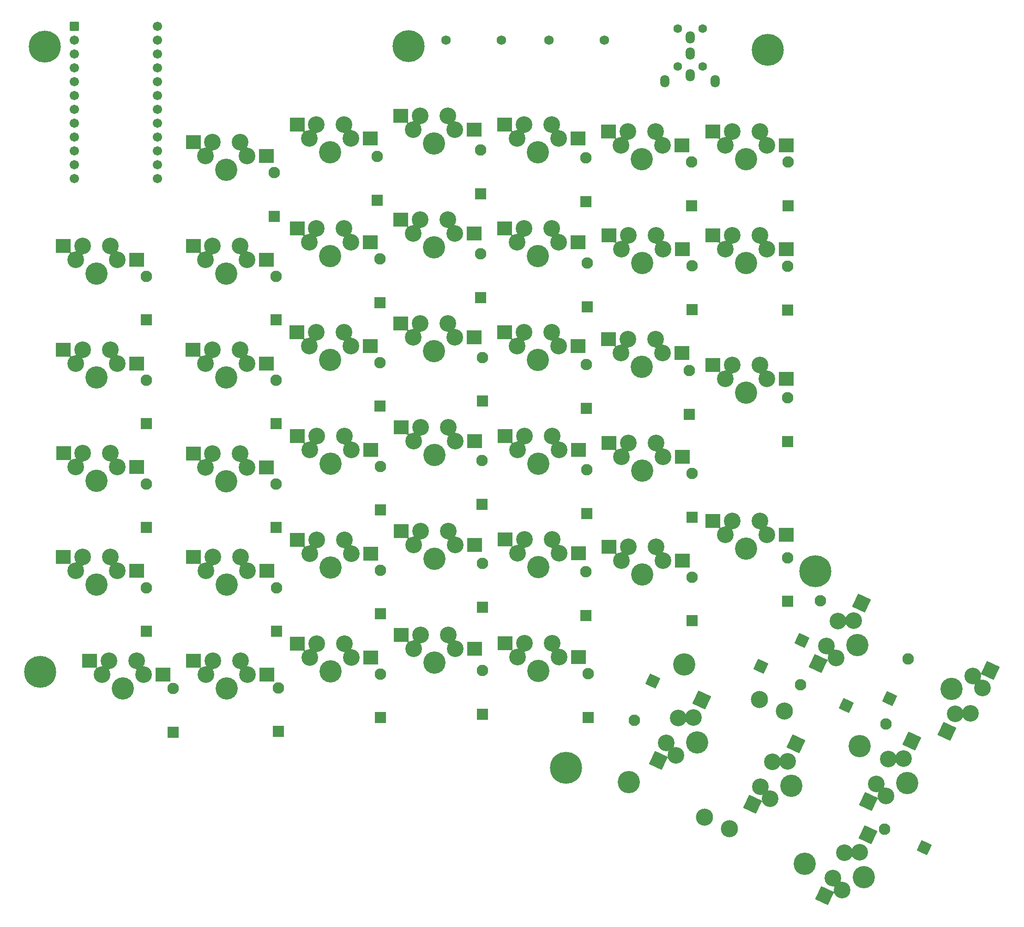
<source format=gbr>
G04 #@! TF.GenerationSoftware,KiCad,Pcbnew,(6.0.9-0)*
G04 #@! TF.CreationDate,2023-02-17T19:07:12+11:00*
G04 #@! TF.ProjectId,ErgoMaxReversible,4572676f-4d61-4785-9265-766572736962,rev?*
G04 #@! TF.SameCoordinates,Original*
G04 #@! TF.FileFunction,Soldermask,Top*
G04 #@! TF.FilePolarity,Negative*
%FSLAX46Y46*%
G04 Gerber Fmt 4.6, Leading zero omitted, Abs format (unit mm)*
G04 Created by KiCad (PCBNEW (6.0.9-0)) date 2023-02-17 19:07:12*
%MOMM*%
%LPD*%
G01*
G04 APERTURE LIST*
G04 Aperture macros list*
%AMRoundRect*
0 Rectangle with rounded corners*
0 $1 Rounding radius*
0 $2 $3 $4 $5 $6 $7 $8 $9 X,Y pos of 4 corners*
0 Add a 4 corners polygon primitive as box body*
4,1,4,$2,$3,$4,$5,$6,$7,$8,$9,$2,$3,0*
0 Add four circle primitives for the rounded corners*
1,1,$1+$1,$2,$3*
1,1,$1+$1,$4,$5*
1,1,$1+$1,$6,$7*
1,1,$1+$1,$8,$9*
0 Add four rect primitives between the rounded corners*
20,1,$1+$1,$2,$3,$4,$5,0*
20,1,$1+$1,$4,$5,$6,$7,0*
20,1,$1+$1,$6,$7,$8,$9,0*
20,1,$1+$1,$8,$9,$2,$3,0*%
G04 Aperture macros list end*
%ADD10C,5.867400*%
%ADD11C,1.702000*%
%ADD12RoundRect,0.051000X-0.800000X0.800000X-0.800000X-0.800000X0.800000X-0.800000X0.800000X0.800000X0*%
%ADD13RoundRect,0.051000X-1.275000X-1.250000X1.275000X-1.250000X1.275000X1.250000X-1.275000X1.250000X0*%
%ADD14C,3.052000*%
%ADD15C,4.082180*%
%ADD16RoundRect,0.051000X0.594046X-1.683815X1.671723X0.627270X-0.594046X1.683815X-1.671723X-0.627270X0*%
%ADD17RoundRect,0.051000X-0.594046X1.683815X-1.671723X-0.627270X0.594046X-1.683815X1.671723X0.627270X0*%
%ADD18RoundRect,0.051000X-1.000000X1.000000X-1.000000X-1.000000X1.000000X-1.000000X1.000000X1.000000X0*%
%ADD19C,2.102000*%
%ADD20RoundRect,0.051000X-0.483690X1.328926X-1.328926X-0.483690X0.483690X-1.328926X1.328926X0.483690X0*%
%ADD21RoundRect,0.051000X0.483690X-1.328926X1.328926X0.483690X-0.483690X1.328926X-1.328926X-0.483690X0*%
%ADD22RoundRect,0.051000X1.328926X0.483690X-0.483690X1.328926X-1.328926X-0.483690X0.483690X-1.328926X0*%
%ADD23RoundRect,0.051000X-1.328926X-0.483690X0.483690X-1.328926X1.328926X0.483690X-0.483690X1.328926X0*%
%ADD24C,1.602000*%
%ADD25O,1.702000X2.302000*%
%ADD26C,3.150000*%
%ADD27C,4.089800*%
%ADD28C,1.753000*%
G04 APERTURE END LIST*
D10*
X182002380Y-40976880D03*
D11*
X135969660Y-37378640D03*
X135969660Y-39918640D03*
X135969660Y-42458640D03*
X135969660Y-44998640D03*
X135969660Y-47538640D03*
X135969660Y-50078640D03*
X135969660Y-52618640D03*
X135969660Y-55158640D03*
X135969660Y-57698640D03*
X135969660Y-60238640D03*
X135969660Y-62778640D03*
X135969660Y-65318640D03*
X120729660Y-65318640D03*
X120729660Y-62778640D03*
X120729660Y-60238640D03*
X120729660Y-57698640D03*
X120729660Y-55158640D03*
X120729660Y-52618640D03*
X120729660Y-50078640D03*
X120729660Y-47538640D03*
X120729660Y-44998640D03*
X120729660Y-42458640D03*
X120729660Y-39918640D03*
D12*
X120729660Y-37378640D03*
D13*
X213090000Y-57893640D03*
X199640000Y-55353640D03*
D14*
X203190000Y-55353640D03*
X209540000Y-57893640D03*
X201920000Y-57893640D03*
X208270000Y-55353640D03*
D15*
X205730000Y-60433640D03*
D13*
X194050000Y-56309640D03*
X180600000Y-53769640D03*
D14*
X184150000Y-53769640D03*
X190500000Y-56309640D03*
X182880000Y-56309640D03*
X189230000Y-53769640D03*
D15*
X186690000Y-58849640D03*
D13*
X155961600Y-118242040D03*
X142511600Y-115702040D03*
D14*
X146061600Y-115702040D03*
X152411600Y-118242040D03*
X144791600Y-118242040D03*
X151141600Y-115702040D03*
D15*
X148601600Y-120782040D03*
D13*
X175020000Y-115050240D03*
X161570000Y-112510240D03*
D14*
X165120000Y-112510240D03*
X171470000Y-115050240D03*
X163850000Y-115050240D03*
X170200000Y-112510240D03*
D15*
X167660000Y-117590240D03*
D13*
X213120000Y-115030000D03*
X199670000Y-112490000D03*
D14*
X203220000Y-112490000D03*
X209570000Y-115030000D03*
X201950000Y-115030000D03*
X208300000Y-112490000D03*
D15*
X205760000Y-117570000D03*
D13*
X232170000Y-116340840D03*
X218720000Y-113800840D03*
D14*
X222270000Y-113800840D03*
X228620000Y-116340840D03*
X221000000Y-116340840D03*
X227350000Y-113800840D03*
D15*
X224810000Y-118880840D03*
D16*
X265083343Y-143152520D03*
X257097105Y-154268910D03*
D14*
X258597400Y-151051517D03*
X263583048Y-146369913D03*
X260362697Y-153275978D03*
X260744301Y-146447473D03*
D15*
X264274894Y-150896396D03*
D17*
X280726233Y-166690269D03*
X288712471Y-155573879D03*
D14*
X287212176Y-158791272D03*
X282226528Y-163472876D03*
X285446879Y-156566811D03*
X285065275Y-163395316D03*
D15*
X281534682Y-158946393D03*
D13*
X132160000Y-137280000D03*
X118710000Y-134740000D03*
D14*
X122260000Y-134740000D03*
X128610000Y-137280000D03*
X120990000Y-137280000D03*
X127340000Y-134740000D03*
D15*
X124800000Y-139820000D03*
D13*
X155970000Y-137280000D03*
X142520000Y-134740000D03*
D14*
X146070000Y-134740000D03*
X152420000Y-137280000D03*
X144800000Y-137280000D03*
X151150000Y-134740000D03*
D15*
X148610000Y-139820000D03*
D13*
X194070000Y-132490000D03*
X180620000Y-129950000D03*
D14*
X184170000Y-129950000D03*
X190520000Y-132490000D03*
X182900000Y-132490000D03*
X189250000Y-129950000D03*
D15*
X186710000Y-135030000D03*
D13*
X132165400Y-118233840D03*
X118715400Y-115693840D03*
D14*
X122265400Y-115693840D03*
X128615400Y-118233840D03*
X120995400Y-118233840D03*
X127345400Y-115693840D03*
D15*
X124805400Y-120773840D03*
D13*
X232170000Y-135370000D03*
X218720000Y-132830000D03*
D14*
X222270000Y-132830000D03*
X228620000Y-135370000D03*
X221000000Y-135370000D03*
X227350000Y-132830000D03*
D15*
X224810000Y-137910000D03*
D13*
X251220000Y-130610000D03*
X237770000Y-128070000D03*
D14*
X241320000Y-128070000D03*
X247670000Y-130610000D03*
X240050000Y-130610000D03*
X246400000Y-128070000D03*
D15*
X243860000Y-133150000D03*
D13*
X194070000Y-151530000D03*
X180620000Y-148990000D03*
D14*
X184170000Y-148990000D03*
X190520000Y-151530000D03*
X182900000Y-151530000D03*
X189250000Y-148990000D03*
D15*
X186710000Y-154070000D03*
D16*
X274292254Y-168467680D03*
X266306016Y-179584070D03*
D14*
X267806311Y-176366677D03*
X272791959Y-171685073D03*
X269571608Y-178591138D03*
X269953212Y-171762633D03*
D15*
X273483805Y-176211556D03*
D13*
X136920000Y-156330000D03*
X123470000Y-153790000D03*
D14*
X127020000Y-153790000D03*
X133370000Y-156330000D03*
X125750000Y-156330000D03*
X132100000Y-153790000D03*
D15*
X129560000Y-158870000D03*
D13*
X155970000Y-156330000D03*
X142520000Y-153790000D03*
D14*
X146070000Y-153790000D03*
X152420000Y-156330000D03*
X144800000Y-156330000D03*
X151150000Y-153790000D03*
D15*
X148610000Y-158870000D03*
D13*
X175020000Y-153130000D03*
X161570000Y-150590000D03*
D14*
X165120000Y-150590000D03*
X171470000Y-153130000D03*
X163850000Y-153130000D03*
X170200000Y-150590000D03*
D15*
X167660000Y-155670000D03*
D13*
X194070000Y-113447240D03*
X180620000Y-110907240D03*
D14*
X184170000Y-110907240D03*
X190520000Y-113447240D03*
X182900000Y-113447240D03*
X189250000Y-110907240D03*
D15*
X186710000Y-115987240D03*
D13*
X155960000Y-61113640D03*
X142510000Y-58573640D03*
D14*
X146060000Y-58573640D03*
X152410000Y-61113640D03*
X144790000Y-61113640D03*
X151140000Y-58573640D03*
D15*
X148600000Y-63653640D03*
D13*
X175020000Y-134100000D03*
X161570000Y-131560000D03*
D14*
X165120000Y-131560000D03*
X171470000Y-134100000D03*
X163850000Y-134100000D03*
X170200000Y-131560000D03*
D15*
X167660000Y-136640000D03*
D16*
X235760885Y-160964532D03*
X227774647Y-172080922D03*
D14*
X229274942Y-168863529D03*
X234260590Y-164181925D03*
X231040239Y-171087990D03*
X231421843Y-164259485D03*
D15*
X234952436Y-168708408D03*
D16*
X253031529Y-168982712D03*
X245045291Y-180099102D03*
D14*
X246545586Y-176881709D03*
X251531234Y-172200105D03*
X248310883Y-179106170D03*
X248692487Y-172277665D03*
D15*
X252223080Y-176726588D03*
D16*
X266259400Y-185707312D03*
X258273162Y-196823702D03*
D14*
X259773457Y-193606309D03*
X264759105Y-188924705D03*
X261538754Y-195830770D03*
X261920358Y-189002265D03*
D15*
X265450951Y-193451188D03*
D13*
X213120000Y-134070000D03*
X199670000Y-131530000D03*
D14*
X203220000Y-131530000D03*
X209570000Y-134070000D03*
X201950000Y-134070000D03*
X208300000Y-131530000D03*
D15*
X205760000Y-136610000D03*
D13*
X132151680Y-80150640D03*
X118701680Y-77610640D03*
D14*
X122251680Y-77610640D03*
X128601680Y-80150640D03*
X120981680Y-80150640D03*
X127331680Y-77610640D03*
D15*
X124791680Y-82690640D03*
D13*
X175010000Y-57907040D03*
X161560000Y-55367040D03*
D14*
X165110000Y-55367040D03*
X171460000Y-57907040D03*
X163840000Y-57907040D03*
X170190000Y-55367040D03*
D15*
X167650000Y-60447040D03*
D13*
X232127751Y-59193640D03*
X218677751Y-56653640D03*
D14*
X222227751Y-56653640D03*
X228577751Y-59193640D03*
X220957751Y-59193640D03*
X227307751Y-56653640D03*
D15*
X224767751Y-61733640D03*
D13*
X175007100Y-76960640D03*
X161557100Y-74420640D03*
D14*
X165107100Y-74420640D03*
X171457100Y-76960640D03*
X163837100Y-76960640D03*
X170187100Y-74420640D03*
D15*
X167647100Y-79500640D03*
D13*
X251220000Y-59195640D03*
X237770000Y-56655640D03*
D14*
X241320000Y-56655640D03*
X247670000Y-59195640D03*
X240050000Y-59195640D03*
X246400000Y-56655640D03*
D15*
X243860000Y-61735640D03*
D13*
X232170000Y-78243520D03*
X218720000Y-75703520D03*
D14*
X222270000Y-75703520D03*
X228620000Y-78243520D03*
X221000000Y-78243520D03*
X227350000Y-75703520D03*
D15*
X224810000Y-80783520D03*
D13*
X251220000Y-78235940D03*
X237770000Y-75695940D03*
D14*
X241320000Y-75695940D03*
X247670000Y-78235940D03*
X240050000Y-78235940D03*
X246400000Y-75695940D03*
D15*
X243860000Y-80775940D03*
D13*
X132155080Y-99193740D03*
X118705080Y-96653740D03*
D14*
X122255080Y-96653740D03*
X128605080Y-99193740D03*
X120985080Y-99193740D03*
X127335080Y-96653740D03*
D15*
X124795080Y-101733740D03*
D13*
X155955860Y-99203340D03*
X142505860Y-96663340D03*
D14*
X146055860Y-96663340D03*
X152405860Y-99203340D03*
X144785860Y-99203340D03*
X151135860Y-96663340D03*
D15*
X148595860Y-101743340D03*
D13*
X175004600Y-96002620D03*
X161554600Y-93462620D03*
D14*
X165104600Y-93462620D03*
X171454600Y-96002620D03*
X163834600Y-96002620D03*
X170184600Y-93462620D03*
D15*
X167644600Y-98542620D03*
D13*
X194049040Y-94399540D03*
X180599040Y-91859540D03*
D14*
X184149040Y-91859540D03*
X190499040Y-94399540D03*
X182879040Y-94399540D03*
X189229040Y-91859540D03*
D15*
X186689040Y-96939540D03*
D13*
X213094440Y-95985260D03*
X199644440Y-93445260D03*
D14*
X203194440Y-93445260D03*
X209544440Y-95985260D03*
X201924440Y-95985260D03*
X208274440Y-93445260D03*
D15*
X205734440Y-98525260D03*
D13*
X213094600Y-76947420D03*
X199644600Y-74407420D03*
D14*
X203194600Y-74407420D03*
X209544600Y-76947420D03*
X201924600Y-76947420D03*
X208274600Y-74407420D03*
D15*
X205734600Y-79487420D03*
D13*
X232127600Y-97296040D03*
X218677600Y-94756040D03*
D14*
X222227600Y-94756040D03*
X228577600Y-97296040D03*
X220957600Y-97296040D03*
X227307600Y-94756040D03*
D15*
X224767600Y-99836040D03*
D13*
X251220000Y-102055640D03*
X237770000Y-99515640D03*
D14*
X241320000Y-99515640D03*
X247670000Y-102055640D03*
X240050000Y-102055640D03*
X246400000Y-99515640D03*
D15*
X243860000Y-104595640D03*
D13*
X194052700Y-75355080D03*
X180602700Y-72815080D03*
D14*
X184152700Y-72815080D03*
X190502700Y-75355080D03*
X182882700Y-75355080D03*
X189232700Y-72815080D03*
D15*
X186692700Y-77895080D03*
D13*
X213120000Y-153110000D03*
X199670000Y-150570000D03*
D14*
X203220000Y-150570000D03*
X209570000Y-153110000D03*
X201950000Y-153110000D03*
X208300000Y-150570000D03*
D15*
X205760000Y-155650000D03*
D13*
X155957100Y-80150640D03*
X142507100Y-77610640D03*
D14*
X146057100Y-77610640D03*
X152407100Y-80150640D03*
X144787100Y-80150640D03*
X151137100Y-77610640D03*
D15*
X148597100Y-82690640D03*
D18*
X195493640Y-125033540D03*
D19*
X195493640Y-117033540D03*
X214703660Y-118732800D03*
D18*
X214703660Y-126732800D03*
X233954161Y-127400166D03*
D19*
X233954161Y-119400166D03*
X257542133Y-142790529D03*
D20*
X254161187Y-150040991D03*
X270226687Y-160670891D03*
D19*
X273607633Y-153420429D03*
X133944161Y-140339326D03*
D18*
X133944161Y-148339326D03*
X157754161Y-148339326D03*
D19*
X157754161Y-140339326D03*
X176804161Y-137159326D03*
D18*
X176804161Y-145159326D03*
X195513960Y-143920980D03*
D19*
X195513960Y-135920980D03*
X133949561Y-121293166D03*
D18*
X133949561Y-129293166D03*
X176804161Y-126109566D03*
D19*
X176804161Y-118109566D03*
X157745761Y-121301366D03*
D18*
X157745761Y-129301366D03*
D21*
X226797973Y-157443789D03*
D19*
X223417027Y-164694251D03*
X214904161Y-156169326D03*
D18*
X214904161Y-164169326D03*
X195559680Y-163547560D03*
D19*
X195559680Y-155547560D03*
X176804161Y-156189326D03*
D18*
X176804161Y-164189326D03*
X158122620Y-166737800D03*
D19*
X158122620Y-158737800D03*
X138811000Y-158849560D03*
D18*
X138811000Y-166849560D03*
D22*
X262261969Y-161954107D03*
D19*
X269512431Y-165335053D03*
X251475240Y-134854180D03*
D18*
X251475240Y-142854180D03*
X233954161Y-146429326D03*
D19*
X233954161Y-138429326D03*
X253866031Y-158179873D03*
D22*
X246615569Y-154798927D03*
D18*
X214523320Y-145444980D03*
D19*
X214523320Y-137444980D03*
X195252340Y-60048640D03*
D18*
X195252340Y-68048640D03*
X214495380Y-69504060D03*
D19*
X214495380Y-61504060D03*
X233911912Y-62252966D03*
D18*
X233911912Y-70252966D03*
X251559060Y-70235580D03*
D19*
X251559060Y-62235580D03*
X133935841Y-83209966D03*
D18*
X133935841Y-91209966D03*
X157741261Y-91209966D03*
D19*
X157741261Y-83209966D03*
X176791261Y-80019966D03*
D18*
X176791261Y-88019966D03*
X195191380Y-87108800D03*
D19*
X195191380Y-79108800D03*
X269313009Y-184687107D03*
D23*
X276563471Y-188068053D03*
D18*
X233954161Y-89302846D03*
D19*
X233954161Y-81302846D03*
X214767160Y-80808060D03*
D18*
X214767160Y-88808060D03*
X157350460Y-72181220D03*
D19*
X157350460Y-64181220D03*
X233453940Y-100503220D03*
D18*
X233453940Y-108503220D03*
X176225200Y-69222120D03*
D19*
X176225200Y-61222120D03*
X251472700Y-105501940D03*
D18*
X251472700Y-113501940D03*
X214635080Y-107421180D03*
D19*
X214635080Y-99421180D03*
X195564760Y-98097840D03*
D18*
X195564760Y-106097840D03*
X176788761Y-107061946D03*
D19*
X176788761Y-99061946D03*
X157740021Y-102262666D03*
D18*
X157740021Y-110262666D03*
X133939241Y-110253066D03*
D19*
X133939241Y-102253066D03*
X251513340Y-81379560D03*
D18*
X251513340Y-89379560D03*
D24*
X235929200Y-44744200D03*
X235929200Y-37744200D03*
D25*
X238229200Y-47444200D03*
X229029200Y-47444200D03*
X233629200Y-46344200D03*
X233629200Y-39344200D03*
D24*
X231329200Y-44744200D03*
X231329200Y-37744200D03*
D25*
X233629200Y-42344200D03*
D26*
X240847303Y-184594102D03*
X250937737Y-162955097D03*
D27*
X254659434Y-191034804D03*
X264749868Y-169395798D03*
X222425648Y-176039198D03*
X232516082Y-154400192D03*
D26*
X236237779Y-182479899D03*
X246328213Y-160840894D03*
D10*
X256580125Y-137332164D03*
X115282980Y-41036240D03*
X247845580Y-41650920D03*
X114479969Y-155747076D03*
X210842752Y-173375665D03*
D28*
X207765920Y-39875460D03*
X217925920Y-39875460D03*
X188827680Y-39875460D03*
X198987680Y-39875460D03*
G36*
X260025158Y-195971768D02*
G01*
X260025972Y-195973226D01*
X260033524Y-196069174D01*
X260089351Y-196301711D01*
X260133546Y-196408410D01*
X260133285Y-196410393D01*
X260131437Y-196411158D01*
X260130141Y-196410430D01*
X260087174Y-196357110D01*
X260021458Y-196335238D01*
X259954367Y-196352362D01*
X259905271Y-196406585D01*
X259903367Y-196407198D01*
X259901884Y-196405856D01*
X259901975Y-196404398D01*
X259989211Y-196217319D01*
X259993800Y-196198568D01*
X259990892Y-196179687D01*
X259980983Y-196163356D01*
X259965415Y-196151940D01*
X259845918Y-196096218D01*
X259844771Y-196094579D01*
X259845616Y-196092767D01*
X259847063Y-196092428D01*
X259916114Y-196102916D01*
X259979340Y-196074645D01*
X260017305Y-196016590D01*
X260021990Y-195973168D01*
X260023170Y-195971554D01*
X260025158Y-195971768D01*
G37*
G36*
X260226893Y-195060943D02*
G01*
X260227360Y-195062888D01*
X260227147Y-195063365D01*
X260180866Y-195138889D01*
X260119706Y-195286544D01*
X260118119Y-195287762D01*
X260116271Y-195286997D01*
X260115869Y-195285565D01*
X260123189Y-195217477D01*
X260092189Y-195155547D01*
X260032514Y-195120141D01*
X259994600Y-195116884D01*
X259992960Y-195115739D01*
X259993131Y-195113746D01*
X259994614Y-195112897D01*
X260011861Y-195111539D01*
X260224975Y-195060375D01*
X260226893Y-195060943D01*
G37*
G36*
X261195940Y-194150082D02*
G01*
X261196342Y-194151514D01*
X261189022Y-194219602D01*
X261220022Y-194281532D01*
X261279697Y-194316938D01*
X261317611Y-194320195D01*
X261319251Y-194321340D01*
X261319080Y-194323333D01*
X261317597Y-194324182D01*
X261300350Y-194325540D01*
X261087236Y-194376704D01*
X261085318Y-194376136D01*
X261084851Y-194374191D01*
X261085064Y-194373714D01*
X261131345Y-194298190D01*
X261192505Y-194150535D01*
X261194092Y-194149317D01*
X261195940Y-194150082D01*
G37*
G36*
X263357382Y-189510934D02*
G01*
X263357643Y-189511387D01*
X263401217Y-189616586D01*
X263470766Y-189730079D01*
X263470819Y-189732078D01*
X263469113Y-189733123D01*
X263467719Y-189732607D01*
X263416939Y-189686665D01*
X263348614Y-189675343D01*
X263284892Y-189702810D01*
X263259971Y-189731570D01*
X263258081Y-189732224D01*
X263256570Y-189730914D01*
X263256755Y-189729215D01*
X263278246Y-189694146D01*
X263353947Y-189511387D01*
X263355534Y-189510169D01*
X263357382Y-189510934D01*
G37*
G36*
X263211744Y-188194363D02*
G01*
X263262524Y-188240305D01*
X263330849Y-188251627D01*
X263394571Y-188224160D01*
X263419492Y-188195400D01*
X263421382Y-188194746D01*
X263422893Y-188196056D01*
X263422708Y-188197755D01*
X263401217Y-188232824D01*
X263325516Y-188415583D01*
X263323929Y-188416801D01*
X263322081Y-188416036D01*
X263321820Y-188415583D01*
X263278246Y-188310384D01*
X263208697Y-188196891D01*
X263208644Y-188194892D01*
X263210350Y-188193847D01*
X263211744Y-188194363D01*
G37*
G36*
X246797287Y-179247168D02*
G01*
X246798101Y-179248626D01*
X246805653Y-179344574D01*
X246861480Y-179577111D01*
X246905675Y-179683810D01*
X246905414Y-179685793D01*
X246903566Y-179686558D01*
X246902270Y-179685830D01*
X246859303Y-179632510D01*
X246793587Y-179610638D01*
X246726496Y-179627762D01*
X246677400Y-179681985D01*
X246675496Y-179682598D01*
X246674013Y-179681256D01*
X246674104Y-179679798D01*
X246761340Y-179492719D01*
X246765929Y-179473968D01*
X246763021Y-179455087D01*
X246753112Y-179438756D01*
X246737544Y-179427340D01*
X246618047Y-179371618D01*
X246616900Y-179369979D01*
X246617745Y-179368167D01*
X246619192Y-179367828D01*
X246688243Y-179378316D01*
X246751469Y-179350045D01*
X246789434Y-179291990D01*
X246794119Y-179248568D01*
X246795299Y-179246954D01*
X246797287Y-179247168D01*
G37*
G36*
X268058012Y-178732136D02*
G01*
X268058826Y-178733594D01*
X268066378Y-178829542D01*
X268122205Y-179062079D01*
X268166400Y-179168778D01*
X268166139Y-179170761D01*
X268164291Y-179171526D01*
X268162995Y-179170798D01*
X268120028Y-179117478D01*
X268054312Y-179095606D01*
X267987221Y-179112730D01*
X267938125Y-179166953D01*
X267936221Y-179167566D01*
X267934738Y-179166224D01*
X267934829Y-179164766D01*
X268022065Y-178977687D01*
X268026654Y-178958936D01*
X268023746Y-178940055D01*
X268013837Y-178923724D01*
X267998269Y-178912308D01*
X267878772Y-178856586D01*
X267877625Y-178854947D01*
X267878470Y-178853135D01*
X267879917Y-178852796D01*
X267948968Y-178863284D01*
X268012194Y-178835013D01*
X268050159Y-178776958D01*
X268054844Y-178733536D01*
X268056024Y-178731922D01*
X268058012Y-178732136D01*
G37*
G36*
X246999022Y-178336343D02*
G01*
X246999489Y-178338288D01*
X246999276Y-178338765D01*
X246952995Y-178414289D01*
X246891835Y-178561944D01*
X246890248Y-178563162D01*
X246888400Y-178562397D01*
X246887998Y-178560965D01*
X246895318Y-178492877D01*
X246864318Y-178430947D01*
X246804643Y-178395541D01*
X246766729Y-178392284D01*
X246765089Y-178391139D01*
X246765260Y-178389146D01*
X246766743Y-178388297D01*
X246783990Y-178386939D01*
X246997104Y-178335775D01*
X246999022Y-178336343D01*
G37*
G36*
X268259747Y-177821311D02*
G01*
X268260214Y-177823256D01*
X268260001Y-177823733D01*
X268213720Y-177899257D01*
X268152560Y-178046912D01*
X268150973Y-178048130D01*
X268149125Y-178047365D01*
X268148723Y-178045933D01*
X268156043Y-177977845D01*
X268125043Y-177915915D01*
X268065368Y-177880509D01*
X268027454Y-177877252D01*
X268025814Y-177876107D01*
X268025985Y-177874114D01*
X268027468Y-177873265D01*
X268044715Y-177871907D01*
X268257829Y-177820743D01*
X268259747Y-177821311D01*
G37*
G36*
X247968069Y-177425482D02*
G01*
X247968471Y-177426914D01*
X247961151Y-177495002D01*
X247992151Y-177556932D01*
X248051826Y-177592338D01*
X248089740Y-177595595D01*
X248091380Y-177596740D01*
X248091209Y-177598733D01*
X248089726Y-177599582D01*
X248072479Y-177600940D01*
X247859365Y-177652104D01*
X247857447Y-177651536D01*
X247856980Y-177649591D01*
X247857193Y-177649114D01*
X247903474Y-177573590D01*
X247964634Y-177425935D01*
X247966221Y-177424717D01*
X247968069Y-177425482D01*
G37*
G36*
X269228794Y-176910450D02*
G01*
X269229196Y-176911882D01*
X269221876Y-176979970D01*
X269252876Y-177041900D01*
X269312551Y-177077306D01*
X269350465Y-177080563D01*
X269352105Y-177081708D01*
X269351934Y-177083701D01*
X269350451Y-177084550D01*
X269333204Y-177085908D01*
X269120090Y-177137072D01*
X269118172Y-177136504D01*
X269117705Y-177134559D01*
X269117918Y-177134082D01*
X269164199Y-177058558D01*
X269225359Y-176910903D01*
X269226946Y-176909685D01*
X269228794Y-176910450D01*
G37*
G36*
X250129511Y-172786334D02*
G01*
X250129772Y-172786787D01*
X250173346Y-172891986D01*
X250242895Y-173005479D01*
X250242948Y-173007478D01*
X250241242Y-173008523D01*
X250239848Y-173008007D01*
X250189068Y-172962065D01*
X250120743Y-172950743D01*
X250057021Y-172978210D01*
X250032100Y-173006970D01*
X250030210Y-173007624D01*
X250028699Y-173006314D01*
X250028884Y-173004615D01*
X250050375Y-172969546D01*
X250126076Y-172786787D01*
X250127663Y-172785569D01*
X250129511Y-172786334D01*
G37*
G36*
X271390236Y-172271302D02*
G01*
X271390497Y-172271755D01*
X271434071Y-172376954D01*
X271503620Y-172490447D01*
X271503673Y-172492446D01*
X271501967Y-172493491D01*
X271500573Y-172492975D01*
X271449793Y-172447033D01*
X271381468Y-172435711D01*
X271317746Y-172463178D01*
X271292825Y-172491938D01*
X271290935Y-172492592D01*
X271289424Y-172491282D01*
X271289609Y-172489583D01*
X271311100Y-172454514D01*
X271386801Y-172271755D01*
X271388388Y-172270537D01*
X271390236Y-172271302D01*
G37*
G36*
X249983873Y-171469763D02*
G01*
X250034653Y-171515705D01*
X250102978Y-171527027D01*
X250166700Y-171499560D01*
X250191621Y-171470800D01*
X250193511Y-171470146D01*
X250195022Y-171471456D01*
X250194837Y-171473155D01*
X250173346Y-171508224D01*
X250097645Y-171690983D01*
X250096058Y-171692201D01*
X250094210Y-171691436D01*
X250093949Y-171690983D01*
X250050375Y-171585784D01*
X249980826Y-171472291D01*
X249980773Y-171470292D01*
X249982479Y-171469247D01*
X249983873Y-171469763D01*
G37*
G36*
X229526643Y-171228988D02*
G01*
X229527457Y-171230446D01*
X229535009Y-171326394D01*
X229590836Y-171558931D01*
X229635031Y-171665630D01*
X229634770Y-171667613D01*
X229632922Y-171668378D01*
X229631626Y-171667650D01*
X229588659Y-171614330D01*
X229522943Y-171592458D01*
X229455852Y-171609582D01*
X229406756Y-171663805D01*
X229404852Y-171664418D01*
X229403369Y-171663076D01*
X229403460Y-171661618D01*
X229490696Y-171474539D01*
X229495285Y-171455788D01*
X229492377Y-171436907D01*
X229482468Y-171420576D01*
X229466900Y-171409160D01*
X229347403Y-171353438D01*
X229346256Y-171351799D01*
X229347101Y-171349987D01*
X229348548Y-171349648D01*
X229417599Y-171360136D01*
X229480825Y-171331865D01*
X229518790Y-171273810D01*
X229523475Y-171230388D01*
X229524655Y-171228774D01*
X229526643Y-171228988D01*
G37*
G36*
X271244598Y-170954731D02*
G01*
X271295378Y-171000673D01*
X271363703Y-171011995D01*
X271427425Y-170984528D01*
X271452346Y-170955768D01*
X271454236Y-170955114D01*
X271455747Y-170956424D01*
X271455562Y-170958123D01*
X271434071Y-170993192D01*
X271358370Y-171175951D01*
X271356783Y-171177169D01*
X271354935Y-171176404D01*
X271354674Y-171175951D01*
X271311100Y-171070752D01*
X271241551Y-170957259D01*
X271241498Y-170955260D01*
X271243204Y-170954215D01*
X271244598Y-170954731D01*
G37*
G36*
X229728378Y-170318163D02*
G01*
X229728845Y-170320108D01*
X229728632Y-170320585D01*
X229682351Y-170396109D01*
X229621191Y-170543764D01*
X229619604Y-170544982D01*
X229617756Y-170544217D01*
X229617354Y-170542785D01*
X229624674Y-170474697D01*
X229593674Y-170412767D01*
X229533999Y-170377361D01*
X229496085Y-170374104D01*
X229494445Y-170372959D01*
X229494616Y-170370966D01*
X229496099Y-170370117D01*
X229513346Y-170368759D01*
X229726460Y-170317595D01*
X229728378Y-170318163D01*
G37*
G36*
X230697425Y-169407302D02*
G01*
X230697827Y-169408734D01*
X230690507Y-169476822D01*
X230721507Y-169538752D01*
X230781182Y-169574158D01*
X230819096Y-169577415D01*
X230820736Y-169578560D01*
X230820565Y-169580553D01*
X230819082Y-169581402D01*
X230801835Y-169582760D01*
X230588721Y-169633924D01*
X230586803Y-169633356D01*
X230586336Y-169631411D01*
X230586549Y-169630934D01*
X230632830Y-169555410D01*
X230693990Y-169407755D01*
X230695577Y-169406537D01*
X230697425Y-169407302D01*
G37*
G36*
X232858867Y-164768154D02*
G01*
X232859128Y-164768607D01*
X232902702Y-164873806D01*
X232972251Y-164987299D01*
X232972304Y-164989298D01*
X232970598Y-164990343D01*
X232969204Y-164989827D01*
X232918424Y-164943885D01*
X232850099Y-164932563D01*
X232786377Y-164960030D01*
X232761456Y-164988790D01*
X232759566Y-164989444D01*
X232758055Y-164988134D01*
X232758240Y-164986435D01*
X232779731Y-164951366D01*
X232855432Y-164768607D01*
X232857019Y-164767389D01*
X232858867Y-164768154D01*
G37*
G36*
X283663552Y-163981545D02*
G01*
X283663813Y-163981998D01*
X283707387Y-164087197D01*
X283776936Y-164200690D01*
X283776989Y-164202689D01*
X283775283Y-164203734D01*
X283773889Y-164203218D01*
X283723109Y-164157276D01*
X283654784Y-164145954D01*
X283591062Y-164173421D01*
X283566141Y-164202181D01*
X283564251Y-164202835D01*
X283562740Y-164201525D01*
X283562925Y-164199826D01*
X283584416Y-164164757D01*
X283660117Y-163981998D01*
X283661704Y-163980780D01*
X283663552Y-163981545D01*
G37*
G36*
X232713229Y-163451583D02*
G01*
X232764009Y-163497525D01*
X232832334Y-163508847D01*
X232896056Y-163481380D01*
X232920977Y-163452620D01*
X232922867Y-163451966D01*
X232924378Y-163453276D01*
X232924193Y-163454975D01*
X232902702Y-163490044D01*
X232827001Y-163672803D01*
X232825414Y-163674021D01*
X232823566Y-163673256D01*
X232823305Y-163672803D01*
X232779731Y-163567604D01*
X232710182Y-163454111D01*
X232710129Y-163452112D01*
X232711835Y-163451067D01*
X232713229Y-163451583D01*
G37*
G36*
X283517914Y-162664974D02*
G01*
X283568694Y-162710916D01*
X283637019Y-162722238D01*
X283700741Y-162694771D01*
X283725662Y-162666011D01*
X283727552Y-162665357D01*
X283729063Y-162666667D01*
X283728878Y-162668366D01*
X283707387Y-162703435D01*
X283631686Y-162886194D01*
X283630099Y-162887412D01*
X283628251Y-162886647D01*
X283627990Y-162886194D01*
X283584416Y-162780995D01*
X283514867Y-162667502D01*
X283514814Y-162665503D01*
X283516520Y-162664458D01*
X283517914Y-162664974D01*
G37*
G36*
X285900315Y-158021445D02*
G01*
X285900782Y-158023390D01*
X285900569Y-158023867D01*
X285854288Y-158099391D01*
X285793128Y-158247046D01*
X285791541Y-158248264D01*
X285789693Y-158247499D01*
X285789291Y-158246067D01*
X285796611Y-158177979D01*
X285765611Y-158116049D01*
X285705936Y-158080643D01*
X285668022Y-158077386D01*
X285666382Y-158076241D01*
X285666553Y-158074248D01*
X285668036Y-158073399D01*
X285685283Y-158072041D01*
X285898397Y-158020877D01*
X285900315Y-158021445D01*
G37*
G36*
X286869362Y-157110584D02*
G01*
X286869764Y-157112016D01*
X286862444Y-157180104D01*
X286893444Y-157242034D01*
X286953119Y-157277440D01*
X286991033Y-157280697D01*
X286992673Y-157281842D01*
X286992502Y-157283835D01*
X286991019Y-157284684D01*
X286973772Y-157286042D01*
X286760658Y-157337206D01*
X286758740Y-157336638D01*
X286758273Y-157334693D01*
X286758486Y-157334216D01*
X286804767Y-157258692D01*
X286865927Y-157111037D01*
X286867514Y-157109819D01*
X286869362Y-157110584D01*
G37*
G36*
X286855492Y-155987151D02*
G01*
X286898459Y-156040471D01*
X286964175Y-156062343D01*
X287031266Y-156045219D01*
X287080362Y-155990996D01*
X287082266Y-155990383D01*
X287083749Y-155991725D01*
X287083658Y-155993183D01*
X286996422Y-156180262D01*
X286991833Y-156199013D01*
X286994741Y-156217894D01*
X287004650Y-156234225D01*
X287020218Y-156245641D01*
X287139715Y-156301363D01*
X287140862Y-156303002D01*
X287140017Y-156304814D01*
X287138570Y-156305153D01*
X287069519Y-156294665D01*
X287006293Y-156322936D01*
X286968328Y-156380991D01*
X286963643Y-156424413D01*
X286962463Y-156426027D01*
X286960475Y-156425813D01*
X286959661Y-156424355D01*
X286952109Y-156328407D01*
X286896282Y-156095870D01*
X286852087Y-155989171D01*
X286852348Y-155987188D01*
X286854196Y-155986423D01*
X286855492Y-155987151D01*
G37*
G36*
X132246807Y-155303443D02*
G01*
X132246964Y-155305437D01*
X132246680Y-155305875D01*
X132137061Y-155434222D01*
X132098372Y-155497356D01*
X132096615Y-155498310D01*
X132094909Y-155497265D01*
X132094736Y-155495789D01*
X132112617Y-155429686D01*
X132091687Y-155363669D01*
X132038285Y-155319362D01*
X132001349Y-155310215D01*
X131999908Y-155308828D01*
X132000389Y-155306887D01*
X132001987Y-155306280D01*
X132100000Y-155313994D01*
X132245002Y-155302582D01*
X132246807Y-155303443D01*
G37*
G36*
X151296807Y-155303443D02*
G01*
X151296964Y-155305437D01*
X151296680Y-155305875D01*
X151187061Y-155434222D01*
X151148372Y-155497356D01*
X151146615Y-155498310D01*
X151144909Y-155497265D01*
X151144736Y-155495789D01*
X151162617Y-155429686D01*
X151141687Y-155363669D01*
X151088285Y-155319362D01*
X151051349Y-155310215D01*
X151049908Y-155308828D01*
X151050389Y-155306887D01*
X151051987Y-155306280D01*
X151150000Y-155313994D01*
X151295002Y-155302582D01*
X151296807Y-155303443D01*
G37*
G36*
X127020000Y-155313994D02*
G01*
X127119024Y-155306200D01*
X127120829Y-155307061D01*
X127120986Y-155309055D01*
X127119893Y-155310063D01*
X127055908Y-155334450D01*
X127014800Y-155390190D01*
X127010344Y-155459435D01*
X127024656Y-155494695D01*
X127024381Y-155496676D01*
X127022528Y-155497428D01*
X127021098Y-155496492D01*
X126982939Y-155434222D01*
X126873320Y-155305875D01*
X126872956Y-155303908D01*
X126874477Y-155302609D01*
X126874998Y-155302582D01*
X127020000Y-155313994D01*
G37*
G36*
X146070000Y-155313994D02*
G01*
X146169024Y-155306200D01*
X146170829Y-155307061D01*
X146170986Y-155309055D01*
X146169893Y-155310063D01*
X146105908Y-155334450D01*
X146064800Y-155390190D01*
X146060344Y-155459435D01*
X146074656Y-155494695D01*
X146074381Y-155496676D01*
X146072528Y-155497428D01*
X146071098Y-155496492D01*
X146032939Y-155434222D01*
X145923320Y-155305875D01*
X145922956Y-155303908D01*
X145924477Y-155302609D01*
X145924998Y-155302582D01*
X146070000Y-155313994D01*
G37*
G36*
X143847919Y-154907081D02*
G01*
X143867596Y-154974096D01*
X143919939Y-155019451D01*
X143988580Y-155029320D01*
X144033839Y-155012989D01*
X144035808Y-155013341D01*
X144036487Y-155015223D01*
X144035563Y-155016575D01*
X143904222Y-155097061D01*
X143722374Y-155252374D01*
X143684063Y-155297230D01*
X143682178Y-155297898D01*
X143680657Y-155296599D01*
X143680717Y-155295113D01*
X143708718Y-155232622D01*
X143698371Y-155164139D01*
X143652644Y-155112121D01*
X143586379Y-155092921D01*
X143584994Y-155091478D01*
X143585551Y-155089557D01*
X143586936Y-155089000D01*
X143794801Y-155089000D01*
X143813738Y-155085233D01*
X143829620Y-155074620D01*
X143840233Y-155058738D01*
X143844000Y-155039801D01*
X143844000Y-154907644D01*
X143845000Y-154905912D01*
X143847000Y-154905912D01*
X143847919Y-154907081D01*
G37*
G36*
X124797919Y-154907081D02*
G01*
X124817596Y-154974096D01*
X124869939Y-155019451D01*
X124938580Y-155029320D01*
X124983839Y-155012989D01*
X124985808Y-155013341D01*
X124986487Y-155015223D01*
X124985563Y-155016575D01*
X124854222Y-155097061D01*
X124672374Y-155252374D01*
X124634063Y-155297230D01*
X124632178Y-155297898D01*
X124630657Y-155296599D01*
X124630717Y-155295113D01*
X124658718Y-155232622D01*
X124648371Y-155164139D01*
X124602644Y-155112121D01*
X124536379Y-155092921D01*
X124534994Y-155091478D01*
X124535551Y-155089557D01*
X124536936Y-155089000D01*
X124744801Y-155089000D01*
X124763738Y-155085233D01*
X124779620Y-155074620D01*
X124790233Y-155058738D01*
X124794000Y-155039801D01*
X124794000Y-154907644D01*
X124795000Y-154905912D01*
X124797000Y-154905912D01*
X124797919Y-154907081D01*
G37*
G36*
X125748902Y-154623508D02*
G01*
X125787061Y-154685778D01*
X125896680Y-154814125D01*
X125897044Y-154816092D01*
X125895523Y-154817391D01*
X125895002Y-154817418D01*
X125750000Y-154806006D01*
X125650976Y-154813800D01*
X125649171Y-154812939D01*
X125649014Y-154810945D01*
X125650107Y-154809937D01*
X125714092Y-154785550D01*
X125755200Y-154729810D01*
X125759656Y-154660565D01*
X125745344Y-154625305D01*
X125745619Y-154623324D01*
X125747472Y-154622572D01*
X125748902Y-154623508D01*
G37*
G36*
X152425091Y-154622735D02*
G01*
X152425264Y-154624211D01*
X152407383Y-154690314D01*
X152428313Y-154756331D01*
X152481715Y-154800638D01*
X152518651Y-154809785D01*
X152520092Y-154811172D01*
X152519611Y-154813113D01*
X152518013Y-154813720D01*
X152420000Y-154806006D01*
X152274998Y-154817418D01*
X152273193Y-154816557D01*
X152273036Y-154814563D01*
X152273320Y-154814125D01*
X152382939Y-154685778D01*
X152421628Y-154622644D01*
X152423385Y-154621690D01*
X152425091Y-154622735D01*
G37*
G36*
X133375091Y-154622735D02*
G01*
X133375264Y-154624211D01*
X133357383Y-154690314D01*
X133378313Y-154756331D01*
X133431715Y-154800638D01*
X133468651Y-154809785D01*
X133470092Y-154811172D01*
X133469611Y-154813113D01*
X133468013Y-154813720D01*
X133370000Y-154806006D01*
X133224998Y-154817418D01*
X133223193Y-154816557D01*
X133223036Y-154814563D01*
X133223320Y-154814125D01*
X133332939Y-154685778D01*
X133371628Y-154622644D01*
X133373385Y-154621690D01*
X133375091Y-154622735D01*
G37*
G36*
X144798902Y-154623508D02*
G01*
X144837061Y-154685778D01*
X144946680Y-154814125D01*
X144947044Y-154816092D01*
X144945523Y-154817391D01*
X144945002Y-154817418D01*
X144800000Y-154806006D01*
X144700976Y-154813800D01*
X144699171Y-154812939D01*
X144699014Y-154810945D01*
X144700107Y-154809937D01*
X144764092Y-154785550D01*
X144805200Y-154729810D01*
X144809656Y-154660565D01*
X144795344Y-154625305D01*
X144795619Y-154623324D01*
X144797472Y-154622572D01*
X144798902Y-154623508D01*
G37*
G36*
X258849101Y-153416976D02*
G01*
X258849915Y-153418434D01*
X258857467Y-153514382D01*
X258913294Y-153746919D01*
X258957489Y-153853618D01*
X258957228Y-153855601D01*
X258955380Y-153856366D01*
X258954084Y-153855638D01*
X258911117Y-153802318D01*
X258845401Y-153780446D01*
X258778310Y-153797570D01*
X258729214Y-153851793D01*
X258727310Y-153852406D01*
X258725827Y-153851064D01*
X258725918Y-153849606D01*
X258813154Y-153662527D01*
X258817743Y-153643776D01*
X258814835Y-153624895D01*
X258804926Y-153608564D01*
X258789358Y-153597148D01*
X258669861Y-153541426D01*
X258668714Y-153539787D01*
X258669559Y-153537975D01*
X258671006Y-153537636D01*
X258740057Y-153548124D01*
X258803283Y-153519853D01*
X258841248Y-153461798D01*
X258845933Y-153418376D01*
X258847113Y-153416762D01*
X258849101Y-153416976D01*
G37*
G36*
X259050836Y-152506151D02*
G01*
X259051303Y-152508096D01*
X259051090Y-152508573D01*
X259004809Y-152584097D01*
X258943649Y-152731752D01*
X258942062Y-152732970D01*
X258940214Y-152732205D01*
X258939812Y-152730773D01*
X258947132Y-152662685D01*
X258916132Y-152600755D01*
X258856457Y-152565349D01*
X258818543Y-152562092D01*
X258816903Y-152560947D01*
X258817074Y-152558954D01*
X258818557Y-152558105D01*
X258835804Y-152556747D01*
X259048918Y-152505583D01*
X259050836Y-152506151D01*
G37*
G36*
X170346807Y-152103443D02*
G01*
X170346964Y-152105437D01*
X170346680Y-152105875D01*
X170237061Y-152234222D01*
X170198372Y-152297356D01*
X170196615Y-152298310D01*
X170194909Y-152297265D01*
X170194736Y-152295789D01*
X170212617Y-152229686D01*
X170191687Y-152163669D01*
X170138285Y-152119362D01*
X170101349Y-152110215D01*
X170099908Y-152108828D01*
X170100389Y-152106887D01*
X170101987Y-152106280D01*
X170200000Y-152113994D01*
X170345002Y-152102582D01*
X170346807Y-152103443D01*
G37*
G36*
X165120000Y-152113994D02*
G01*
X165219024Y-152106200D01*
X165220829Y-152107061D01*
X165220986Y-152109055D01*
X165219893Y-152110063D01*
X165155908Y-152134450D01*
X165114800Y-152190190D01*
X165110344Y-152259435D01*
X165124656Y-152294695D01*
X165124381Y-152296676D01*
X165122528Y-152297428D01*
X165121098Y-152296492D01*
X165082939Y-152234222D01*
X164973320Y-152105875D01*
X164972956Y-152103908D01*
X164974477Y-152102609D01*
X164974998Y-152102582D01*
X165120000Y-152113994D01*
G37*
G36*
X208446807Y-152083443D02*
G01*
X208446964Y-152085437D01*
X208446680Y-152085875D01*
X208337061Y-152214222D01*
X208298372Y-152277356D01*
X208296615Y-152278310D01*
X208294909Y-152277265D01*
X208294736Y-152275789D01*
X208312617Y-152209686D01*
X208291687Y-152143669D01*
X208238285Y-152099362D01*
X208201349Y-152090215D01*
X208199908Y-152088828D01*
X208200389Y-152086887D01*
X208201987Y-152086280D01*
X208300000Y-152093994D01*
X208445002Y-152082582D01*
X208446807Y-152083443D01*
G37*
G36*
X203220000Y-152093994D02*
G01*
X203319024Y-152086200D01*
X203320829Y-152087061D01*
X203320986Y-152089055D01*
X203319893Y-152090063D01*
X203255908Y-152114450D01*
X203214800Y-152170190D01*
X203210344Y-152239435D01*
X203224656Y-152274695D01*
X203224381Y-152276676D01*
X203222528Y-152277428D01*
X203221098Y-152276492D01*
X203182939Y-152214222D01*
X203073320Y-152085875D01*
X203072956Y-152083908D01*
X203074477Y-152082609D01*
X203074998Y-152082582D01*
X203220000Y-152093994D01*
G37*
G36*
X162897919Y-151707081D02*
G01*
X162917596Y-151774096D01*
X162969939Y-151819451D01*
X163038580Y-151829320D01*
X163083839Y-151812989D01*
X163085808Y-151813341D01*
X163086487Y-151815223D01*
X163085563Y-151816575D01*
X162954222Y-151897061D01*
X162772374Y-152052374D01*
X162734063Y-152097230D01*
X162732178Y-152097898D01*
X162730657Y-152096599D01*
X162730717Y-152095113D01*
X162758718Y-152032622D01*
X162748371Y-151964139D01*
X162702644Y-151912121D01*
X162636379Y-151892921D01*
X162634994Y-151891478D01*
X162635551Y-151889557D01*
X162636936Y-151889000D01*
X162844801Y-151889000D01*
X162863738Y-151885233D01*
X162879620Y-151874620D01*
X162890233Y-151858738D01*
X162894000Y-151839801D01*
X162894000Y-151707644D01*
X162895000Y-151705912D01*
X162897000Y-151705912D01*
X162897919Y-151707081D01*
G37*
G36*
X200997919Y-151687081D02*
G01*
X201017596Y-151754096D01*
X201069939Y-151799451D01*
X201138580Y-151809320D01*
X201183839Y-151792989D01*
X201185808Y-151793341D01*
X201186487Y-151795223D01*
X201185563Y-151796575D01*
X201054222Y-151877061D01*
X200872374Y-152032374D01*
X200834063Y-152077230D01*
X200832178Y-152077898D01*
X200830657Y-152076599D01*
X200830717Y-152075113D01*
X200858718Y-152012622D01*
X200848371Y-151944139D01*
X200802644Y-151892121D01*
X200736379Y-151872921D01*
X200734994Y-151871478D01*
X200735551Y-151869557D01*
X200736936Y-151869000D01*
X200944801Y-151869000D01*
X200963738Y-151865233D01*
X200979620Y-151854620D01*
X200990233Y-151838738D01*
X200994000Y-151819801D01*
X200994000Y-151687644D01*
X200995000Y-151685912D01*
X200997000Y-151685912D01*
X200997919Y-151687081D01*
G37*
G36*
X260019883Y-151595290D02*
G01*
X260020285Y-151596722D01*
X260012965Y-151664810D01*
X260043965Y-151726740D01*
X260103640Y-151762146D01*
X260141554Y-151765403D01*
X260143194Y-151766548D01*
X260143023Y-151768541D01*
X260141540Y-151769390D01*
X260124293Y-151770748D01*
X259911179Y-151821912D01*
X259909261Y-151821344D01*
X259908794Y-151819399D01*
X259909007Y-151818922D01*
X259955288Y-151743398D01*
X260016448Y-151595743D01*
X260018035Y-151594525D01*
X260019883Y-151595290D01*
G37*
G36*
X163848902Y-151423508D02*
G01*
X163887061Y-151485778D01*
X163996680Y-151614125D01*
X163997044Y-151616092D01*
X163995523Y-151617391D01*
X163995002Y-151617418D01*
X163850000Y-151606006D01*
X163750976Y-151613800D01*
X163749171Y-151612939D01*
X163749014Y-151610945D01*
X163750107Y-151609937D01*
X163814092Y-151585550D01*
X163855200Y-151529810D01*
X163859656Y-151460565D01*
X163845344Y-151425305D01*
X163845619Y-151423324D01*
X163847472Y-151422572D01*
X163848902Y-151423508D01*
G37*
G36*
X171475091Y-151422735D02*
G01*
X171475264Y-151424211D01*
X171457383Y-151490314D01*
X171478313Y-151556331D01*
X171531715Y-151600638D01*
X171568651Y-151609785D01*
X171570092Y-151611172D01*
X171569611Y-151613113D01*
X171568013Y-151613720D01*
X171470000Y-151606006D01*
X171324998Y-151617418D01*
X171323193Y-151616557D01*
X171323036Y-151614563D01*
X171323320Y-151614125D01*
X171432939Y-151485778D01*
X171471628Y-151422644D01*
X171473385Y-151421690D01*
X171475091Y-151422735D01*
G37*
G36*
X209575091Y-151402735D02*
G01*
X209575264Y-151404211D01*
X209557383Y-151470314D01*
X209578313Y-151536331D01*
X209631715Y-151580638D01*
X209668651Y-151589785D01*
X209670092Y-151591172D01*
X209669611Y-151593113D01*
X209668013Y-151593720D01*
X209570000Y-151586006D01*
X209424998Y-151597418D01*
X209423193Y-151596557D01*
X209423036Y-151594563D01*
X209423320Y-151594125D01*
X209532939Y-151465778D01*
X209571628Y-151402644D01*
X209573385Y-151401690D01*
X209575091Y-151402735D01*
G37*
G36*
X201948902Y-151403508D02*
G01*
X201987061Y-151465778D01*
X202096680Y-151594125D01*
X202097044Y-151596092D01*
X202095523Y-151597391D01*
X202095002Y-151597418D01*
X201950000Y-151586006D01*
X201850976Y-151593800D01*
X201849171Y-151592939D01*
X201849014Y-151590945D01*
X201850107Y-151589937D01*
X201914092Y-151565550D01*
X201955200Y-151509810D01*
X201959656Y-151440565D01*
X201945344Y-151405305D01*
X201945619Y-151403324D01*
X201947472Y-151402572D01*
X201948902Y-151403508D01*
G37*
G36*
X189396807Y-150503443D02*
G01*
X189396964Y-150505437D01*
X189396680Y-150505875D01*
X189287061Y-150634222D01*
X189248372Y-150697356D01*
X189246615Y-150698310D01*
X189244909Y-150697265D01*
X189244736Y-150695789D01*
X189262617Y-150629686D01*
X189241687Y-150563669D01*
X189188285Y-150519362D01*
X189151349Y-150510215D01*
X189149908Y-150508828D01*
X189150389Y-150506887D01*
X189151987Y-150506280D01*
X189250000Y-150513994D01*
X189395002Y-150502582D01*
X189396807Y-150503443D01*
G37*
G36*
X184170000Y-150513994D02*
G01*
X184269024Y-150506200D01*
X184270829Y-150507061D01*
X184270986Y-150509055D01*
X184269893Y-150510063D01*
X184205908Y-150534450D01*
X184164800Y-150590190D01*
X184160344Y-150659435D01*
X184174656Y-150694695D01*
X184174381Y-150696676D01*
X184172528Y-150697428D01*
X184171098Y-150696492D01*
X184132939Y-150634222D01*
X184023320Y-150505875D01*
X184022956Y-150503908D01*
X184024477Y-150502609D01*
X184024998Y-150502582D01*
X184170000Y-150513994D01*
G37*
G36*
X181947919Y-150107081D02*
G01*
X181967596Y-150174096D01*
X182019939Y-150219451D01*
X182088580Y-150229320D01*
X182133839Y-150212989D01*
X182135808Y-150213341D01*
X182136487Y-150215223D01*
X182135563Y-150216575D01*
X182004222Y-150297061D01*
X181822374Y-150452374D01*
X181784063Y-150497230D01*
X181782178Y-150497898D01*
X181780657Y-150496599D01*
X181780717Y-150495113D01*
X181808718Y-150432622D01*
X181798371Y-150364139D01*
X181752644Y-150312121D01*
X181686379Y-150292921D01*
X181684994Y-150291478D01*
X181685551Y-150289557D01*
X181686936Y-150289000D01*
X181894801Y-150289000D01*
X181913738Y-150285233D01*
X181929620Y-150274620D01*
X181940233Y-150258738D01*
X181944000Y-150239801D01*
X181944000Y-150107644D01*
X181945000Y-150105912D01*
X181947000Y-150105912D01*
X181947919Y-150107081D01*
G37*
G36*
X190525091Y-149822735D02*
G01*
X190525264Y-149824211D01*
X190507383Y-149890314D01*
X190528313Y-149956331D01*
X190581715Y-150000638D01*
X190618651Y-150009785D01*
X190620092Y-150011172D01*
X190619611Y-150013113D01*
X190618013Y-150013720D01*
X190520000Y-150006006D01*
X190374998Y-150017418D01*
X190373193Y-150016557D01*
X190373036Y-150014563D01*
X190373320Y-150014125D01*
X190482939Y-149885778D01*
X190521628Y-149822644D01*
X190523385Y-149821690D01*
X190525091Y-149822735D01*
G37*
G36*
X182898902Y-149823508D02*
G01*
X182937061Y-149885778D01*
X183046680Y-150014125D01*
X183047044Y-150016092D01*
X183045523Y-150017391D01*
X183045002Y-150017418D01*
X182900000Y-150006006D01*
X182800976Y-150013800D01*
X182799171Y-150012939D01*
X182799014Y-150010945D01*
X182800107Y-150009937D01*
X182864092Y-149985550D01*
X182905200Y-149929810D01*
X182909656Y-149860565D01*
X182895344Y-149825305D01*
X182895619Y-149823324D01*
X182897472Y-149822572D01*
X182898902Y-149823508D01*
G37*
G36*
X262181325Y-146956142D02*
G01*
X262181586Y-146956595D01*
X262225160Y-147061794D01*
X262294709Y-147175287D01*
X262294762Y-147177286D01*
X262293056Y-147178331D01*
X262291662Y-147177815D01*
X262240882Y-147131873D01*
X262172557Y-147120551D01*
X262108835Y-147148018D01*
X262083914Y-147176778D01*
X262082024Y-147177432D01*
X262080513Y-147176122D01*
X262080698Y-147174423D01*
X262102189Y-147139354D01*
X262177890Y-146956595D01*
X262179477Y-146955377D01*
X262181325Y-146956142D01*
G37*
G36*
X262035687Y-145639571D02*
G01*
X262086467Y-145685513D01*
X262154792Y-145696835D01*
X262218514Y-145669368D01*
X262243435Y-145640608D01*
X262245325Y-145639954D01*
X262246836Y-145641264D01*
X262246651Y-145642963D01*
X262225160Y-145678032D01*
X262149459Y-145860791D01*
X262147872Y-145862009D01*
X262146024Y-145861244D01*
X262145763Y-145860791D01*
X262102189Y-145755592D01*
X262032640Y-145642099D01*
X262032587Y-145640100D01*
X262034293Y-145639055D01*
X262035687Y-145639571D01*
G37*
G36*
X127486807Y-136253443D02*
G01*
X127486964Y-136255437D01*
X127486680Y-136255875D01*
X127377061Y-136384222D01*
X127338372Y-136447356D01*
X127336615Y-136448310D01*
X127334909Y-136447265D01*
X127334736Y-136445789D01*
X127352617Y-136379686D01*
X127331687Y-136313669D01*
X127278285Y-136269362D01*
X127241349Y-136260215D01*
X127239908Y-136258828D01*
X127240389Y-136256887D01*
X127241987Y-136256280D01*
X127340000Y-136263994D01*
X127485002Y-136252582D01*
X127486807Y-136253443D01*
G37*
G36*
X151296807Y-136253443D02*
G01*
X151296964Y-136255437D01*
X151296680Y-136255875D01*
X151187061Y-136384222D01*
X151148372Y-136447356D01*
X151146615Y-136448310D01*
X151144909Y-136447265D01*
X151144736Y-136445789D01*
X151162617Y-136379686D01*
X151141687Y-136313669D01*
X151088285Y-136269362D01*
X151051349Y-136260215D01*
X151049908Y-136258828D01*
X151050389Y-136256887D01*
X151051987Y-136256280D01*
X151150000Y-136263994D01*
X151295002Y-136252582D01*
X151296807Y-136253443D01*
G37*
G36*
X122260000Y-136263994D02*
G01*
X122359024Y-136256200D01*
X122360829Y-136257061D01*
X122360986Y-136259055D01*
X122359893Y-136260063D01*
X122295908Y-136284450D01*
X122254800Y-136340190D01*
X122250344Y-136409435D01*
X122264656Y-136444695D01*
X122264381Y-136446676D01*
X122262528Y-136447428D01*
X122261098Y-136446492D01*
X122222939Y-136384222D01*
X122113320Y-136255875D01*
X122112956Y-136253908D01*
X122114477Y-136252609D01*
X122114998Y-136252582D01*
X122260000Y-136263994D01*
G37*
G36*
X146070000Y-136263994D02*
G01*
X146169024Y-136256200D01*
X146170829Y-136257061D01*
X146170986Y-136259055D01*
X146169893Y-136260063D01*
X146105908Y-136284450D01*
X146064800Y-136340190D01*
X146060344Y-136409435D01*
X146074656Y-136444695D01*
X146074381Y-136446676D01*
X146072528Y-136447428D01*
X146071098Y-136446492D01*
X146032939Y-136384222D01*
X145923320Y-136255875D01*
X145922956Y-136253908D01*
X145924477Y-136252609D01*
X145924998Y-136252582D01*
X146070000Y-136263994D01*
G37*
G36*
X143847919Y-135857081D02*
G01*
X143867596Y-135924096D01*
X143919939Y-135969451D01*
X143988580Y-135979320D01*
X144033839Y-135962989D01*
X144035808Y-135963341D01*
X144036487Y-135965223D01*
X144035563Y-135966575D01*
X143904222Y-136047061D01*
X143722374Y-136202374D01*
X143684063Y-136247230D01*
X143682178Y-136247898D01*
X143680657Y-136246599D01*
X143680717Y-136245113D01*
X143708718Y-136182622D01*
X143698371Y-136114139D01*
X143652644Y-136062121D01*
X143586379Y-136042921D01*
X143584994Y-136041478D01*
X143585551Y-136039557D01*
X143586936Y-136039000D01*
X143794801Y-136039000D01*
X143813738Y-136035233D01*
X143829620Y-136024620D01*
X143840233Y-136008738D01*
X143844000Y-135989801D01*
X143844000Y-135857644D01*
X143845000Y-135855912D01*
X143847000Y-135855912D01*
X143847919Y-135857081D01*
G37*
G36*
X120037919Y-135857081D02*
G01*
X120057596Y-135924096D01*
X120109939Y-135969451D01*
X120178580Y-135979320D01*
X120223839Y-135962989D01*
X120225808Y-135963341D01*
X120226487Y-135965223D01*
X120225563Y-135966575D01*
X120094222Y-136047061D01*
X119912374Y-136202374D01*
X119874063Y-136247230D01*
X119872178Y-136247898D01*
X119870657Y-136246599D01*
X119870717Y-136245113D01*
X119898718Y-136182622D01*
X119888371Y-136114139D01*
X119842644Y-136062121D01*
X119776379Y-136042921D01*
X119774994Y-136041478D01*
X119775551Y-136039557D01*
X119776936Y-136039000D01*
X119984801Y-136039000D01*
X120003738Y-136035233D01*
X120019620Y-136024620D01*
X120030233Y-136008738D01*
X120034000Y-135989801D01*
X120034000Y-135857644D01*
X120035000Y-135855912D01*
X120037000Y-135855912D01*
X120037919Y-135857081D01*
G37*
G36*
X120988902Y-135573508D02*
G01*
X121027061Y-135635778D01*
X121136680Y-135764125D01*
X121137044Y-135766092D01*
X121135523Y-135767391D01*
X121135002Y-135767418D01*
X120990000Y-135756006D01*
X120890976Y-135763800D01*
X120889171Y-135762939D01*
X120889014Y-135760945D01*
X120890107Y-135759937D01*
X120954092Y-135735550D01*
X120995200Y-135679810D01*
X120999656Y-135610565D01*
X120985344Y-135575305D01*
X120985619Y-135573324D01*
X120987472Y-135572572D01*
X120988902Y-135573508D01*
G37*
G36*
X128615091Y-135572735D02*
G01*
X128615264Y-135574211D01*
X128597383Y-135640314D01*
X128618313Y-135706331D01*
X128671715Y-135750638D01*
X128708651Y-135759785D01*
X128710092Y-135761172D01*
X128709611Y-135763113D01*
X128708013Y-135763720D01*
X128610000Y-135756006D01*
X128464998Y-135767418D01*
X128463193Y-135766557D01*
X128463036Y-135764563D01*
X128463320Y-135764125D01*
X128572939Y-135635778D01*
X128611628Y-135572644D01*
X128613385Y-135571690D01*
X128615091Y-135572735D01*
G37*
G36*
X152425091Y-135572735D02*
G01*
X152425264Y-135574211D01*
X152407383Y-135640314D01*
X152428313Y-135706331D01*
X152481715Y-135750638D01*
X152518651Y-135759785D01*
X152520092Y-135761172D01*
X152519611Y-135763113D01*
X152518013Y-135763720D01*
X152420000Y-135756006D01*
X152274998Y-135767418D01*
X152273193Y-135766557D01*
X152273036Y-135764563D01*
X152273320Y-135764125D01*
X152382939Y-135635778D01*
X152421628Y-135572644D01*
X152423385Y-135571690D01*
X152425091Y-135572735D01*
G37*
G36*
X144798902Y-135573508D02*
G01*
X144837061Y-135635778D01*
X144946680Y-135764125D01*
X144947044Y-135766092D01*
X144945523Y-135767391D01*
X144945002Y-135767418D01*
X144800000Y-135756006D01*
X144700976Y-135763800D01*
X144699171Y-135762939D01*
X144699014Y-135760945D01*
X144700107Y-135759937D01*
X144764092Y-135735550D01*
X144805200Y-135679810D01*
X144809656Y-135610565D01*
X144795344Y-135575305D01*
X144795619Y-135573324D01*
X144797472Y-135572572D01*
X144798902Y-135573508D01*
G37*
G36*
X227496807Y-134343443D02*
G01*
X227496964Y-134345437D01*
X227496680Y-134345875D01*
X227387061Y-134474222D01*
X227348372Y-134537356D01*
X227346615Y-134538310D01*
X227344909Y-134537265D01*
X227344736Y-134535789D01*
X227362617Y-134469686D01*
X227341687Y-134403669D01*
X227288285Y-134359362D01*
X227251349Y-134350215D01*
X227249908Y-134348828D01*
X227250389Y-134346887D01*
X227251987Y-134346280D01*
X227350000Y-134353994D01*
X227495002Y-134342582D01*
X227496807Y-134343443D01*
G37*
G36*
X222270000Y-134353994D02*
G01*
X222369024Y-134346200D01*
X222370829Y-134347061D01*
X222370986Y-134349055D01*
X222369893Y-134350063D01*
X222305908Y-134374450D01*
X222264800Y-134430190D01*
X222260344Y-134499435D01*
X222274656Y-134534695D01*
X222274381Y-134536676D01*
X222272528Y-134537428D01*
X222271098Y-134536492D01*
X222232939Y-134474222D01*
X222123320Y-134345875D01*
X222122956Y-134343908D01*
X222124477Y-134342609D01*
X222124998Y-134342582D01*
X222270000Y-134353994D01*
G37*
G36*
X220047919Y-133947081D02*
G01*
X220067596Y-134014096D01*
X220119939Y-134059451D01*
X220188580Y-134069320D01*
X220233839Y-134052989D01*
X220235808Y-134053341D01*
X220236487Y-134055223D01*
X220235563Y-134056575D01*
X220104222Y-134137061D01*
X219922374Y-134292374D01*
X219884063Y-134337230D01*
X219882178Y-134337898D01*
X219880657Y-134336599D01*
X219880717Y-134335113D01*
X219908718Y-134272622D01*
X219898371Y-134204139D01*
X219852644Y-134152121D01*
X219786379Y-134132921D01*
X219784994Y-134131478D01*
X219785551Y-134129557D01*
X219786936Y-134129000D01*
X219994801Y-134129000D01*
X220013738Y-134125233D01*
X220029620Y-134114620D01*
X220040233Y-134098738D01*
X220044000Y-134079801D01*
X220044000Y-133947644D01*
X220045000Y-133945912D01*
X220047000Y-133945912D01*
X220047919Y-133947081D01*
G37*
G36*
X220998902Y-133663508D02*
G01*
X221037061Y-133725778D01*
X221146680Y-133854125D01*
X221147044Y-133856092D01*
X221145523Y-133857391D01*
X221145002Y-133857418D01*
X221000000Y-133846006D01*
X220900976Y-133853800D01*
X220899171Y-133852939D01*
X220899014Y-133850945D01*
X220900107Y-133849937D01*
X220964092Y-133825550D01*
X221005200Y-133769810D01*
X221009656Y-133700565D01*
X220995344Y-133665305D01*
X220995619Y-133663324D01*
X220997472Y-133662572D01*
X220998902Y-133663508D01*
G37*
G36*
X228625091Y-133662735D02*
G01*
X228625264Y-133664211D01*
X228607383Y-133730314D01*
X228628313Y-133796331D01*
X228681715Y-133840638D01*
X228718651Y-133849785D01*
X228720092Y-133851172D01*
X228719611Y-133853113D01*
X228718013Y-133853720D01*
X228620000Y-133846006D01*
X228474998Y-133857418D01*
X228473193Y-133856557D01*
X228473036Y-133854563D01*
X228473320Y-133854125D01*
X228582939Y-133725778D01*
X228621628Y-133662644D01*
X228623385Y-133661690D01*
X228625091Y-133662735D01*
G37*
G36*
X170346807Y-133073443D02*
G01*
X170346964Y-133075437D01*
X170346680Y-133075875D01*
X170237061Y-133204222D01*
X170198372Y-133267356D01*
X170196615Y-133268310D01*
X170194909Y-133267265D01*
X170194736Y-133265789D01*
X170212617Y-133199686D01*
X170191687Y-133133669D01*
X170138285Y-133089362D01*
X170101349Y-133080215D01*
X170099908Y-133078828D01*
X170100389Y-133076887D01*
X170101987Y-133076280D01*
X170200000Y-133083994D01*
X170345002Y-133072582D01*
X170346807Y-133073443D01*
G37*
G36*
X165120000Y-133083994D02*
G01*
X165219024Y-133076200D01*
X165220829Y-133077061D01*
X165220986Y-133079055D01*
X165219893Y-133080063D01*
X165155908Y-133104450D01*
X165114800Y-133160190D01*
X165110344Y-133229435D01*
X165124656Y-133264695D01*
X165124381Y-133266676D01*
X165122528Y-133267428D01*
X165121098Y-133266492D01*
X165082939Y-133204222D01*
X164973320Y-133075875D01*
X164972956Y-133073908D01*
X164974477Y-133072609D01*
X164974998Y-133072582D01*
X165120000Y-133083994D01*
G37*
G36*
X208446807Y-133043443D02*
G01*
X208446964Y-133045437D01*
X208446680Y-133045875D01*
X208337061Y-133174222D01*
X208298372Y-133237356D01*
X208296615Y-133238310D01*
X208294909Y-133237265D01*
X208294736Y-133235789D01*
X208312617Y-133169686D01*
X208291687Y-133103669D01*
X208238285Y-133059362D01*
X208201349Y-133050215D01*
X208199908Y-133048828D01*
X208200389Y-133046887D01*
X208201987Y-133046280D01*
X208300000Y-133053994D01*
X208445002Y-133042582D01*
X208446807Y-133043443D01*
G37*
G36*
X203220000Y-133053994D02*
G01*
X203319024Y-133046200D01*
X203320829Y-133047061D01*
X203320986Y-133049055D01*
X203319893Y-133050063D01*
X203255908Y-133074450D01*
X203214800Y-133130190D01*
X203210344Y-133199435D01*
X203224656Y-133234695D01*
X203224381Y-133236676D01*
X203222528Y-133237428D01*
X203221098Y-133236492D01*
X203182939Y-133174222D01*
X203073320Y-133045875D01*
X203072956Y-133043908D01*
X203074477Y-133042609D01*
X203074998Y-133042582D01*
X203220000Y-133053994D01*
G37*
G36*
X162897919Y-132677081D02*
G01*
X162917596Y-132744096D01*
X162969939Y-132789451D01*
X163038580Y-132799320D01*
X163083839Y-132782989D01*
X163085808Y-132783341D01*
X163086487Y-132785223D01*
X163085563Y-132786575D01*
X162954222Y-132867061D01*
X162772374Y-133022374D01*
X162734063Y-133067230D01*
X162732178Y-133067898D01*
X162730657Y-133066599D01*
X162730717Y-133065113D01*
X162758718Y-133002622D01*
X162748371Y-132934139D01*
X162702644Y-132882121D01*
X162636379Y-132862921D01*
X162634994Y-132861478D01*
X162635551Y-132859557D01*
X162636936Y-132859000D01*
X162844801Y-132859000D01*
X162863738Y-132855233D01*
X162879620Y-132844620D01*
X162890233Y-132828738D01*
X162894000Y-132809801D01*
X162894000Y-132677644D01*
X162895000Y-132675912D01*
X162897000Y-132675912D01*
X162897919Y-132677081D01*
G37*
G36*
X200997919Y-132647081D02*
G01*
X201017596Y-132714096D01*
X201069939Y-132759451D01*
X201138580Y-132769320D01*
X201183839Y-132752989D01*
X201185808Y-132753341D01*
X201186487Y-132755223D01*
X201185563Y-132756575D01*
X201054222Y-132837061D01*
X200872374Y-132992374D01*
X200834063Y-133037230D01*
X200832178Y-133037898D01*
X200830657Y-133036599D01*
X200830717Y-133035113D01*
X200858718Y-132972622D01*
X200848371Y-132904139D01*
X200802644Y-132852121D01*
X200736379Y-132832921D01*
X200734994Y-132831478D01*
X200735551Y-132829557D01*
X200736936Y-132829000D01*
X200944801Y-132829000D01*
X200963738Y-132825233D01*
X200979620Y-132814620D01*
X200990233Y-132798738D01*
X200994000Y-132779801D01*
X200994000Y-132647644D01*
X200995000Y-132645912D01*
X200997000Y-132645912D01*
X200997919Y-132647081D01*
G37*
G36*
X163848902Y-132393508D02*
G01*
X163887061Y-132455778D01*
X163996680Y-132584125D01*
X163997044Y-132586092D01*
X163995523Y-132587391D01*
X163995002Y-132587418D01*
X163850000Y-132576006D01*
X163750976Y-132583800D01*
X163749171Y-132582939D01*
X163749014Y-132580945D01*
X163750107Y-132579937D01*
X163814092Y-132555550D01*
X163855200Y-132499810D01*
X163859656Y-132430565D01*
X163845344Y-132395305D01*
X163845619Y-132393324D01*
X163847472Y-132392572D01*
X163848902Y-132393508D01*
G37*
G36*
X171475091Y-132392735D02*
G01*
X171475264Y-132394211D01*
X171457383Y-132460314D01*
X171478313Y-132526331D01*
X171531715Y-132570638D01*
X171568651Y-132579785D01*
X171570092Y-132581172D01*
X171569611Y-132583113D01*
X171568013Y-132583720D01*
X171470000Y-132576006D01*
X171324998Y-132587418D01*
X171323193Y-132586557D01*
X171323036Y-132584563D01*
X171323320Y-132584125D01*
X171432939Y-132455778D01*
X171471628Y-132392644D01*
X171473385Y-132391690D01*
X171475091Y-132392735D01*
G37*
G36*
X201948902Y-132363508D02*
G01*
X201987061Y-132425778D01*
X202096680Y-132554125D01*
X202097044Y-132556092D01*
X202095523Y-132557391D01*
X202095002Y-132557418D01*
X201950000Y-132546006D01*
X201850976Y-132553800D01*
X201849171Y-132552939D01*
X201849014Y-132550945D01*
X201850107Y-132549937D01*
X201914092Y-132525550D01*
X201955200Y-132469810D01*
X201959656Y-132400565D01*
X201945344Y-132365305D01*
X201945619Y-132363324D01*
X201947472Y-132362572D01*
X201948902Y-132363508D01*
G37*
G36*
X209575091Y-132362735D02*
G01*
X209575264Y-132364211D01*
X209557383Y-132430314D01*
X209578313Y-132496331D01*
X209631715Y-132540638D01*
X209668651Y-132549785D01*
X209670092Y-132551172D01*
X209669611Y-132553113D01*
X209668013Y-132553720D01*
X209570000Y-132546006D01*
X209424998Y-132557418D01*
X209423193Y-132556557D01*
X209423036Y-132554563D01*
X209423320Y-132554125D01*
X209532939Y-132425778D01*
X209571628Y-132362644D01*
X209573385Y-132361690D01*
X209575091Y-132362735D01*
G37*
G36*
X189396807Y-131463443D02*
G01*
X189396964Y-131465437D01*
X189396680Y-131465875D01*
X189287061Y-131594222D01*
X189248372Y-131657356D01*
X189246615Y-131658310D01*
X189244909Y-131657265D01*
X189244736Y-131655789D01*
X189262617Y-131589686D01*
X189241687Y-131523669D01*
X189188285Y-131479362D01*
X189151349Y-131470215D01*
X189149908Y-131468828D01*
X189150389Y-131466887D01*
X189151987Y-131466280D01*
X189250000Y-131473994D01*
X189395002Y-131462582D01*
X189396807Y-131463443D01*
G37*
G36*
X184170000Y-131473994D02*
G01*
X184269024Y-131466200D01*
X184270829Y-131467061D01*
X184270986Y-131469055D01*
X184269893Y-131470063D01*
X184205908Y-131494450D01*
X184164800Y-131550190D01*
X184160344Y-131619435D01*
X184174656Y-131654695D01*
X184174381Y-131656676D01*
X184172528Y-131657428D01*
X184171098Y-131656492D01*
X184132939Y-131594222D01*
X184023320Y-131465875D01*
X184022956Y-131463908D01*
X184024477Y-131462609D01*
X184024998Y-131462582D01*
X184170000Y-131473994D01*
G37*
G36*
X181947919Y-131067081D02*
G01*
X181967596Y-131134096D01*
X182019939Y-131179451D01*
X182088580Y-131189320D01*
X182133839Y-131172989D01*
X182135808Y-131173341D01*
X182136487Y-131175223D01*
X182135563Y-131176575D01*
X182004222Y-131257061D01*
X181822374Y-131412374D01*
X181784063Y-131457230D01*
X181782178Y-131457898D01*
X181780657Y-131456599D01*
X181780717Y-131455113D01*
X181808718Y-131392622D01*
X181798371Y-131324139D01*
X181752644Y-131272121D01*
X181686379Y-131252921D01*
X181684994Y-131251478D01*
X181685551Y-131249557D01*
X181686936Y-131249000D01*
X181894801Y-131249000D01*
X181913738Y-131245233D01*
X181929620Y-131234620D01*
X181940233Y-131218738D01*
X181944000Y-131199801D01*
X181944000Y-131067644D01*
X181945000Y-131065912D01*
X181947000Y-131065912D01*
X181947919Y-131067081D01*
G37*
G36*
X182898902Y-130783508D02*
G01*
X182937061Y-130845778D01*
X183046680Y-130974125D01*
X183047044Y-130976092D01*
X183045523Y-130977391D01*
X183045002Y-130977418D01*
X182900000Y-130966006D01*
X182800976Y-130973800D01*
X182799171Y-130972939D01*
X182799014Y-130970945D01*
X182800107Y-130969937D01*
X182864092Y-130945550D01*
X182905200Y-130889810D01*
X182909656Y-130820565D01*
X182895344Y-130785305D01*
X182895619Y-130783324D01*
X182897472Y-130782572D01*
X182898902Y-130783508D01*
G37*
G36*
X190525091Y-130782735D02*
G01*
X190525264Y-130784211D01*
X190507383Y-130850314D01*
X190528313Y-130916331D01*
X190581715Y-130960638D01*
X190618651Y-130969785D01*
X190620092Y-130971172D01*
X190619611Y-130973113D01*
X190618013Y-130973720D01*
X190520000Y-130966006D01*
X190374998Y-130977418D01*
X190373193Y-130976557D01*
X190373036Y-130974563D01*
X190373320Y-130974125D01*
X190482939Y-130845778D01*
X190521628Y-130782644D01*
X190523385Y-130781690D01*
X190525091Y-130782735D01*
G37*
G36*
X246546807Y-129583443D02*
G01*
X246546964Y-129585437D01*
X246546680Y-129585875D01*
X246437061Y-129714222D01*
X246398372Y-129777356D01*
X246396615Y-129778310D01*
X246394909Y-129777265D01*
X246394736Y-129775789D01*
X246412617Y-129709686D01*
X246391687Y-129643669D01*
X246338285Y-129599362D01*
X246301349Y-129590215D01*
X246299908Y-129588828D01*
X246300389Y-129586887D01*
X246301987Y-129586280D01*
X246400000Y-129593994D01*
X246545002Y-129582582D01*
X246546807Y-129583443D01*
G37*
G36*
X241320000Y-129593994D02*
G01*
X241419024Y-129586200D01*
X241420829Y-129587061D01*
X241420986Y-129589055D01*
X241419893Y-129590063D01*
X241355908Y-129614450D01*
X241314800Y-129670190D01*
X241310344Y-129739435D01*
X241324656Y-129774695D01*
X241324381Y-129776676D01*
X241322528Y-129777428D01*
X241321098Y-129776492D01*
X241282939Y-129714222D01*
X241173320Y-129585875D01*
X241172956Y-129583908D01*
X241174477Y-129582609D01*
X241174998Y-129582582D01*
X241320000Y-129593994D01*
G37*
G36*
X239097919Y-129187081D02*
G01*
X239117596Y-129254096D01*
X239169939Y-129299451D01*
X239238580Y-129309320D01*
X239283839Y-129292989D01*
X239285808Y-129293341D01*
X239286487Y-129295223D01*
X239285563Y-129296575D01*
X239154222Y-129377061D01*
X238972374Y-129532374D01*
X238934063Y-129577230D01*
X238932178Y-129577898D01*
X238930657Y-129576599D01*
X238930717Y-129575113D01*
X238958718Y-129512622D01*
X238948371Y-129444139D01*
X238902644Y-129392121D01*
X238836379Y-129372921D01*
X238834994Y-129371478D01*
X238835551Y-129369557D01*
X238836936Y-129369000D01*
X239044801Y-129369000D01*
X239063738Y-129365233D01*
X239079620Y-129354620D01*
X239090233Y-129338738D01*
X239094000Y-129319801D01*
X239094000Y-129187644D01*
X239095000Y-129185912D01*
X239097000Y-129185912D01*
X239097919Y-129187081D01*
G37*
G36*
X240048902Y-128903508D02*
G01*
X240087061Y-128965778D01*
X240196680Y-129094125D01*
X240197044Y-129096092D01*
X240195523Y-129097391D01*
X240195002Y-129097418D01*
X240050000Y-129086006D01*
X239950976Y-129093800D01*
X239949171Y-129092939D01*
X239949014Y-129090945D01*
X239950107Y-129089937D01*
X240014092Y-129065550D01*
X240055200Y-129009810D01*
X240059656Y-128940565D01*
X240045344Y-128905305D01*
X240045619Y-128903324D01*
X240047472Y-128902572D01*
X240048902Y-128903508D01*
G37*
G36*
X247675091Y-128902735D02*
G01*
X247675264Y-128904211D01*
X247657383Y-128970314D01*
X247678313Y-129036331D01*
X247731715Y-129080638D01*
X247768651Y-129089785D01*
X247770092Y-129091172D01*
X247769611Y-129093113D01*
X247768013Y-129093720D01*
X247670000Y-129086006D01*
X247524998Y-129097418D01*
X247523193Y-129096557D01*
X247523036Y-129094563D01*
X247523320Y-129094125D01*
X247632939Y-128965778D01*
X247671628Y-128902644D01*
X247673385Y-128901690D01*
X247675091Y-128902735D01*
G37*
G36*
X151288407Y-117215483D02*
G01*
X151288564Y-117217477D01*
X151288280Y-117217915D01*
X151178661Y-117346262D01*
X151139972Y-117409396D01*
X151138215Y-117410350D01*
X151136509Y-117409305D01*
X151136336Y-117407829D01*
X151154217Y-117341726D01*
X151133287Y-117275709D01*
X151079885Y-117231402D01*
X151042949Y-117222255D01*
X151041508Y-117220868D01*
X151041989Y-117218927D01*
X151043587Y-117218320D01*
X151141600Y-117226034D01*
X151286602Y-117214622D01*
X151288407Y-117215483D01*
G37*
G36*
X146061600Y-117226034D02*
G01*
X146160624Y-117218240D01*
X146162429Y-117219101D01*
X146162586Y-117221095D01*
X146161493Y-117222103D01*
X146097508Y-117246490D01*
X146056400Y-117302230D01*
X146051944Y-117371475D01*
X146066256Y-117406735D01*
X146065981Y-117408716D01*
X146064128Y-117409468D01*
X146062698Y-117408532D01*
X146024539Y-117346262D01*
X145914920Y-117217915D01*
X145914556Y-117215948D01*
X145916077Y-117214649D01*
X145916598Y-117214622D01*
X146061600Y-117226034D01*
G37*
G36*
X127492207Y-117207283D02*
G01*
X127492364Y-117209277D01*
X127492080Y-117209715D01*
X127382461Y-117338062D01*
X127343772Y-117401196D01*
X127342015Y-117402150D01*
X127340309Y-117401105D01*
X127340136Y-117399629D01*
X127358017Y-117333526D01*
X127337087Y-117267509D01*
X127283685Y-117223202D01*
X127246749Y-117214055D01*
X127245308Y-117212668D01*
X127245789Y-117210727D01*
X127247387Y-117210120D01*
X127345400Y-117217834D01*
X127490402Y-117206422D01*
X127492207Y-117207283D01*
G37*
G36*
X122265400Y-117217834D02*
G01*
X122364424Y-117210040D01*
X122366229Y-117210901D01*
X122366386Y-117212895D01*
X122365293Y-117213903D01*
X122301308Y-117238290D01*
X122260200Y-117294030D01*
X122255744Y-117363275D01*
X122270056Y-117398535D01*
X122269781Y-117400516D01*
X122267928Y-117401268D01*
X122266498Y-117400332D01*
X122228339Y-117338062D01*
X122118720Y-117209715D01*
X122118356Y-117207748D01*
X122119877Y-117206449D01*
X122120398Y-117206422D01*
X122265400Y-117217834D01*
G37*
G36*
X143839519Y-116819121D02*
G01*
X143859196Y-116886136D01*
X143911539Y-116931491D01*
X143980180Y-116941360D01*
X144025439Y-116925029D01*
X144027408Y-116925381D01*
X144028087Y-116927263D01*
X144027163Y-116928615D01*
X143895822Y-117009101D01*
X143713974Y-117164414D01*
X143675663Y-117209270D01*
X143673778Y-117209938D01*
X143672257Y-117208639D01*
X143672317Y-117207153D01*
X143700318Y-117144662D01*
X143689971Y-117076179D01*
X143644244Y-117024161D01*
X143577979Y-117004961D01*
X143576594Y-117003518D01*
X143577151Y-117001597D01*
X143578536Y-117001040D01*
X143786401Y-117001040D01*
X143805338Y-116997273D01*
X143821220Y-116986660D01*
X143831833Y-116970778D01*
X143835600Y-116951841D01*
X143835600Y-116819684D01*
X143836600Y-116817952D01*
X143838600Y-116817952D01*
X143839519Y-116819121D01*
G37*
G36*
X120043319Y-116810921D02*
G01*
X120062996Y-116877936D01*
X120115339Y-116923291D01*
X120183980Y-116933160D01*
X120229239Y-116916829D01*
X120231208Y-116917181D01*
X120231887Y-116919063D01*
X120230963Y-116920415D01*
X120099622Y-117000901D01*
X119917774Y-117156214D01*
X119879463Y-117201070D01*
X119877578Y-117201738D01*
X119876057Y-117200439D01*
X119876117Y-117198953D01*
X119904118Y-117136462D01*
X119893771Y-117067979D01*
X119848044Y-117015961D01*
X119781779Y-116996761D01*
X119780394Y-116995318D01*
X119780951Y-116993397D01*
X119782336Y-116992840D01*
X119990201Y-116992840D01*
X120009138Y-116989073D01*
X120025020Y-116978460D01*
X120035633Y-116962578D01*
X120039400Y-116943641D01*
X120039400Y-116811484D01*
X120040400Y-116809752D01*
X120042400Y-116809752D01*
X120043319Y-116810921D01*
G37*
G36*
X152416691Y-116534775D02*
G01*
X152416864Y-116536251D01*
X152398983Y-116602354D01*
X152419913Y-116668371D01*
X152473315Y-116712678D01*
X152510251Y-116721825D01*
X152511692Y-116723212D01*
X152511211Y-116725153D01*
X152509613Y-116725760D01*
X152411600Y-116718046D01*
X152266598Y-116729458D01*
X152264793Y-116728597D01*
X152264636Y-116726603D01*
X152264920Y-116726165D01*
X152374539Y-116597818D01*
X152413228Y-116534684D01*
X152414985Y-116533730D01*
X152416691Y-116534775D01*
G37*
G36*
X144790502Y-116535548D02*
G01*
X144828661Y-116597818D01*
X144938280Y-116726165D01*
X144938644Y-116728132D01*
X144937123Y-116729431D01*
X144936602Y-116729458D01*
X144791600Y-116718046D01*
X144692576Y-116725840D01*
X144690771Y-116724979D01*
X144690614Y-116722985D01*
X144691707Y-116721977D01*
X144755692Y-116697590D01*
X144796800Y-116641850D01*
X144801256Y-116572605D01*
X144786944Y-116537345D01*
X144787219Y-116535364D01*
X144789072Y-116534612D01*
X144790502Y-116535548D01*
G37*
G36*
X120994302Y-116527348D02*
G01*
X121032461Y-116589618D01*
X121142080Y-116717965D01*
X121142444Y-116719932D01*
X121140923Y-116721231D01*
X121140402Y-116721258D01*
X120995400Y-116709846D01*
X120896376Y-116717640D01*
X120894571Y-116716779D01*
X120894414Y-116714785D01*
X120895507Y-116713777D01*
X120959492Y-116689390D01*
X121000600Y-116633650D01*
X121005056Y-116564405D01*
X120990744Y-116529145D01*
X120991019Y-116527164D01*
X120992872Y-116526412D01*
X120994302Y-116527348D01*
G37*
G36*
X128620491Y-116526575D02*
G01*
X128620664Y-116528051D01*
X128602783Y-116594154D01*
X128623713Y-116660171D01*
X128677115Y-116704478D01*
X128714051Y-116713625D01*
X128715492Y-116715012D01*
X128715011Y-116716953D01*
X128713413Y-116717560D01*
X128615400Y-116709846D01*
X128470398Y-116721258D01*
X128468593Y-116720397D01*
X128468436Y-116718403D01*
X128468720Y-116717965D01*
X128578339Y-116589618D01*
X128617028Y-116526484D01*
X128618785Y-116525530D01*
X128620491Y-116526575D01*
G37*
G36*
X227496807Y-115314283D02*
G01*
X227496964Y-115316277D01*
X227496680Y-115316715D01*
X227387061Y-115445062D01*
X227348372Y-115508196D01*
X227346615Y-115509150D01*
X227344909Y-115508105D01*
X227344736Y-115506629D01*
X227362617Y-115440526D01*
X227341687Y-115374509D01*
X227288285Y-115330202D01*
X227251349Y-115321055D01*
X227249908Y-115319668D01*
X227250389Y-115317727D01*
X227251987Y-115317120D01*
X227350000Y-115324834D01*
X227495002Y-115313422D01*
X227496807Y-115314283D01*
G37*
G36*
X222270000Y-115324834D02*
G01*
X222369024Y-115317040D01*
X222370829Y-115317901D01*
X222370986Y-115319895D01*
X222369893Y-115320903D01*
X222305908Y-115345290D01*
X222264800Y-115401030D01*
X222260344Y-115470275D01*
X222274656Y-115505535D01*
X222274381Y-115507516D01*
X222272528Y-115508268D01*
X222271098Y-115507332D01*
X222232939Y-115445062D01*
X222123320Y-115316715D01*
X222122956Y-115314748D01*
X222124477Y-115313449D01*
X222124998Y-115313422D01*
X222270000Y-115324834D01*
G37*
G36*
X220047919Y-114917921D02*
G01*
X220067596Y-114984936D01*
X220119939Y-115030291D01*
X220188580Y-115040160D01*
X220233839Y-115023829D01*
X220235808Y-115024181D01*
X220236487Y-115026063D01*
X220235563Y-115027415D01*
X220104222Y-115107901D01*
X219922374Y-115263214D01*
X219884063Y-115308070D01*
X219882178Y-115308738D01*
X219880657Y-115307439D01*
X219880717Y-115305953D01*
X219908718Y-115243462D01*
X219898371Y-115174979D01*
X219852644Y-115122961D01*
X219786379Y-115103761D01*
X219784994Y-115102318D01*
X219785551Y-115100397D01*
X219786936Y-115099840D01*
X219994801Y-115099840D01*
X220013738Y-115096073D01*
X220029620Y-115085460D01*
X220040233Y-115069578D01*
X220044000Y-115050641D01*
X220044000Y-114918484D01*
X220045000Y-114916752D01*
X220047000Y-114916752D01*
X220047919Y-114917921D01*
G37*
G36*
X220998902Y-114634348D02*
G01*
X221037061Y-114696618D01*
X221146680Y-114824965D01*
X221147044Y-114826932D01*
X221145523Y-114828231D01*
X221145002Y-114828258D01*
X221000000Y-114816846D01*
X220900976Y-114824640D01*
X220899171Y-114823779D01*
X220899014Y-114821785D01*
X220900107Y-114820777D01*
X220964092Y-114796390D01*
X221005200Y-114740650D01*
X221009656Y-114671405D01*
X220995344Y-114636145D01*
X220995619Y-114634164D01*
X220997472Y-114633412D01*
X220998902Y-114634348D01*
G37*
G36*
X228625091Y-114633575D02*
G01*
X228625264Y-114635051D01*
X228607383Y-114701154D01*
X228628313Y-114767171D01*
X228681715Y-114811478D01*
X228718651Y-114820625D01*
X228720092Y-114822012D01*
X228719611Y-114823953D01*
X228718013Y-114824560D01*
X228620000Y-114816846D01*
X228474998Y-114828258D01*
X228473193Y-114827397D01*
X228473036Y-114825403D01*
X228473320Y-114824965D01*
X228582939Y-114696618D01*
X228621628Y-114633484D01*
X228623385Y-114632530D01*
X228625091Y-114633575D01*
G37*
G36*
X170346807Y-114023683D02*
G01*
X170346964Y-114025677D01*
X170346680Y-114026115D01*
X170237061Y-114154462D01*
X170198372Y-114217596D01*
X170196615Y-114218550D01*
X170194909Y-114217505D01*
X170194736Y-114216029D01*
X170212617Y-114149926D01*
X170191687Y-114083909D01*
X170138285Y-114039602D01*
X170101349Y-114030455D01*
X170099908Y-114029068D01*
X170100389Y-114027127D01*
X170101987Y-114026520D01*
X170200000Y-114034234D01*
X170345002Y-114022822D01*
X170346807Y-114023683D01*
G37*
G36*
X165120000Y-114034234D02*
G01*
X165219024Y-114026440D01*
X165220829Y-114027301D01*
X165220986Y-114029295D01*
X165219893Y-114030303D01*
X165155908Y-114054690D01*
X165114800Y-114110430D01*
X165110344Y-114179675D01*
X165124656Y-114214935D01*
X165124381Y-114216916D01*
X165122528Y-114217668D01*
X165121098Y-114216732D01*
X165082939Y-114154462D01*
X164973320Y-114026115D01*
X164972956Y-114024148D01*
X164974477Y-114022849D01*
X164974998Y-114022822D01*
X165120000Y-114034234D01*
G37*
G36*
X208446807Y-114003443D02*
G01*
X208446964Y-114005437D01*
X208446680Y-114005875D01*
X208337061Y-114134222D01*
X208298372Y-114197356D01*
X208296615Y-114198310D01*
X208294909Y-114197265D01*
X208294736Y-114195789D01*
X208312617Y-114129686D01*
X208291687Y-114063669D01*
X208238285Y-114019362D01*
X208201349Y-114010215D01*
X208199908Y-114008828D01*
X208200389Y-114006887D01*
X208201987Y-114006280D01*
X208300000Y-114013994D01*
X208445002Y-114002582D01*
X208446807Y-114003443D01*
G37*
G36*
X203220000Y-114013994D02*
G01*
X203319024Y-114006200D01*
X203320829Y-114007061D01*
X203320986Y-114009055D01*
X203319893Y-114010063D01*
X203255908Y-114034450D01*
X203214800Y-114090190D01*
X203210344Y-114159435D01*
X203224656Y-114194695D01*
X203224381Y-114196676D01*
X203222528Y-114197428D01*
X203221098Y-114196492D01*
X203182939Y-114134222D01*
X203073320Y-114005875D01*
X203072956Y-114003908D01*
X203074477Y-114002609D01*
X203074998Y-114002582D01*
X203220000Y-114013994D01*
G37*
G36*
X162897919Y-113627321D02*
G01*
X162917596Y-113694336D01*
X162969939Y-113739691D01*
X163038580Y-113749560D01*
X163083839Y-113733229D01*
X163085808Y-113733581D01*
X163086487Y-113735463D01*
X163085563Y-113736815D01*
X162954222Y-113817301D01*
X162772374Y-113972614D01*
X162734063Y-114017470D01*
X162732178Y-114018138D01*
X162730657Y-114016839D01*
X162730717Y-114015353D01*
X162758718Y-113952862D01*
X162748371Y-113884379D01*
X162702644Y-113832361D01*
X162636379Y-113813161D01*
X162634994Y-113811718D01*
X162635551Y-113809797D01*
X162636936Y-113809240D01*
X162844801Y-113809240D01*
X162863738Y-113805473D01*
X162879620Y-113794860D01*
X162890233Y-113778978D01*
X162894000Y-113760041D01*
X162894000Y-113627884D01*
X162895000Y-113626152D01*
X162897000Y-113626152D01*
X162897919Y-113627321D01*
G37*
G36*
X200997919Y-113607081D02*
G01*
X201017596Y-113674096D01*
X201069939Y-113719451D01*
X201138580Y-113729320D01*
X201183839Y-113712989D01*
X201185808Y-113713341D01*
X201186487Y-113715223D01*
X201185563Y-113716575D01*
X201054222Y-113797061D01*
X200872374Y-113952374D01*
X200834063Y-113997230D01*
X200832178Y-113997898D01*
X200830657Y-113996599D01*
X200830717Y-113995113D01*
X200858718Y-113932622D01*
X200848371Y-113864139D01*
X200802644Y-113812121D01*
X200736379Y-113792921D01*
X200734994Y-113791478D01*
X200735551Y-113789557D01*
X200736936Y-113789000D01*
X200944801Y-113789000D01*
X200963738Y-113785233D01*
X200979620Y-113774620D01*
X200990233Y-113758738D01*
X200994000Y-113739801D01*
X200994000Y-113607644D01*
X200995000Y-113605912D01*
X200997000Y-113605912D01*
X200997919Y-113607081D01*
G37*
G36*
X171475091Y-113342975D02*
G01*
X171475264Y-113344451D01*
X171457383Y-113410554D01*
X171478313Y-113476571D01*
X171531715Y-113520878D01*
X171568651Y-113530025D01*
X171570092Y-113531412D01*
X171569611Y-113533353D01*
X171568013Y-113533960D01*
X171470000Y-113526246D01*
X171324998Y-113537658D01*
X171323193Y-113536797D01*
X171323036Y-113534803D01*
X171323320Y-113534365D01*
X171432939Y-113406018D01*
X171471628Y-113342884D01*
X171473385Y-113341930D01*
X171475091Y-113342975D01*
G37*
G36*
X163848902Y-113343748D02*
G01*
X163887061Y-113406018D01*
X163996680Y-113534365D01*
X163997044Y-113536332D01*
X163995523Y-113537631D01*
X163995002Y-113537658D01*
X163850000Y-113526246D01*
X163750976Y-113534040D01*
X163749171Y-113533179D01*
X163749014Y-113531185D01*
X163750107Y-113530177D01*
X163814092Y-113505790D01*
X163855200Y-113450050D01*
X163859656Y-113380805D01*
X163845344Y-113345545D01*
X163845619Y-113343564D01*
X163847472Y-113342812D01*
X163848902Y-113343748D01*
G37*
G36*
X209575091Y-113322735D02*
G01*
X209575264Y-113324211D01*
X209557383Y-113390314D01*
X209578313Y-113456331D01*
X209631715Y-113500638D01*
X209668651Y-113509785D01*
X209670092Y-113511172D01*
X209669611Y-113513113D01*
X209668013Y-113513720D01*
X209570000Y-113506006D01*
X209424998Y-113517418D01*
X209423193Y-113516557D01*
X209423036Y-113514563D01*
X209423320Y-113514125D01*
X209532939Y-113385778D01*
X209571628Y-113322644D01*
X209573385Y-113321690D01*
X209575091Y-113322735D01*
G37*
G36*
X201948902Y-113323508D02*
G01*
X201987061Y-113385778D01*
X202096680Y-113514125D01*
X202097044Y-113516092D01*
X202095523Y-113517391D01*
X202095002Y-113517418D01*
X201950000Y-113506006D01*
X201850976Y-113513800D01*
X201849171Y-113512939D01*
X201849014Y-113510945D01*
X201850107Y-113509937D01*
X201914092Y-113485550D01*
X201955200Y-113429810D01*
X201959656Y-113360565D01*
X201945344Y-113325305D01*
X201945619Y-113323324D01*
X201947472Y-113322572D01*
X201948902Y-113323508D01*
G37*
G36*
X189396807Y-112420683D02*
G01*
X189396964Y-112422677D01*
X189396680Y-112423115D01*
X189287061Y-112551462D01*
X189248372Y-112614596D01*
X189246615Y-112615550D01*
X189244909Y-112614505D01*
X189244736Y-112613029D01*
X189262617Y-112546926D01*
X189241687Y-112480909D01*
X189188285Y-112436602D01*
X189151349Y-112427455D01*
X189149908Y-112426068D01*
X189150389Y-112424127D01*
X189151987Y-112423520D01*
X189250000Y-112431234D01*
X189395002Y-112419822D01*
X189396807Y-112420683D01*
G37*
G36*
X184170000Y-112431234D02*
G01*
X184269024Y-112423440D01*
X184270829Y-112424301D01*
X184270986Y-112426295D01*
X184269893Y-112427303D01*
X184205908Y-112451690D01*
X184164800Y-112507430D01*
X184160344Y-112576675D01*
X184174656Y-112611935D01*
X184174381Y-112613916D01*
X184172528Y-112614668D01*
X184171098Y-112613732D01*
X184132939Y-112551462D01*
X184023320Y-112423115D01*
X184022956Y-112421148D01*
X184024477Y-112419849D01*
X184024998Y-112419822D01*
X184170000Y-112431234D01*
G37*
G36*
X181947919Y-112024321D02*
G01*
X181967596Y-112091336D01*
X182019939Y-112136691D01*
X182088580Y-112146560D01*
X182133839Y-112130229D01*
X182135808Y-112130581D01*
X182136487Y-112132463D01*
X182135563Y-112133815D01*
X182004222Y-112214301D01*
X181822374Y-112369614D01*
X181784063Y-112414470D01*
X181782178Y-112415138D01*
X181780657Y-112413839D01*
X181780717Y-112412353D01*
X181808718Y-112349862D01*
X181798371Y-112281379D01*
X181752644Y-112229361D01*
X181686379Y-112210161D01*
X181684994Y-112208718D01*
X181685551Y-112206797D01*
X181686936Y-112206240D01*
X181894801Y-112206240D01*
X181913738Y-112202473D01*
X181929620Y-112191860D01*
X181940233Y-112175978D01*
X181944000Y-112157041D01*
X181944000Y-112024884D01*
X181945000Y-112023152D01*
X181947000Y-112023152D01*
X181947919Y-112024321D01*
G37*
G36*
X190525091Y-111739975D02*
G01*
X190525264Y-111741451D01*
X190507383Y-111807554D01*
X190528313Y-111873571D01*
X190581715Y-111917878D01*
X190618651Y-111927025D01*
X190620092Y-111928412D01*
X190619611Y-111930353D01*
X190618013Y-111930960D01*
X190520000Y-111923246D01*
X190374998Y-111934658D01*
X190373193Y-111933797D01*
X190373036Y-111931803D01*
X190373320Y-111931365D01*
X190482939Y-111803018D01*
X190521628Y-111739884D01*
X190523385Y-111738930D01*
X190525091Y-111739975D01*
G37*
G36*
X182898902Y-111740748D02*
G01*
X182937061Y-111803018D01*
X183046680Y-111931365D01*
X183047044Y-111933332D01*
X183045523Y-111934631D01*
X183045002Y-111934658D01*
X182900000Y-111923246D01*
X182800976Y-111931040D01*
X182799171Y-111930179D01*
X182799014Y-111928185D01*
X182800107Y-111927177D01*
X182864092Y-111902790D01*
X182905200Y-111847050D01*
X182909656Y-111777805D01*
X182895344Y-111742545D01*
X182895619Y-111740564D01*
X182897472Y-111739812D01*
X182898902Y-111740748D01*
G37*
G36*
X246546807Y-101029083D02*
G01*
X246546964Y-101031077D01*
X246546680Y-101031515D01*
X246437061Y-101159862D01*
X246398372Y-101222996D01*
X246396615Y-101223950D01*
X246394909Y-101222905D01*
X246394736Y-101221429D01*
X246412617Y-101155326D01*
X246391687Y-101089309D01*
X246338285Y-101045002D01*
X246301349Y-101035855D01*
X246299908Y-101034468D01*
X246300389Y-101032527D01*
X246301987Y-101031920D01*
X246400000Y-101039634D01*
X246545002Y-101028222D01*
X246546807Y-101029083D01*
G37*
G36*
X241320000Y-101039634D02*
G01*
X241419024Y-101031840D01*
X241420829Y-101032701D01*
X241420986Y-101034695D01*
X241419893Y-101035703D01*
X241355908Y-101060090D01*
X241314800Y-101115830D01*
X241310344Y-101185075D01*
X241324656Y-101220335D01*
X241324381Y-101222316D01*
X241322528Y-101223068D01*
X241321098Y-101222132D01*
X241282939Y-101159862D01*
X241173320Y-101031515D01*
X241172956Y-101029548D01*
X241174477Y-101028249D01*
X241174998Y-101028222D01*
X241320000Y-101039634D01*
G37*
G36*
X239097919Y-100632721D02*
G01*
X239117596Y-100699736D01*
X239169939Y-100745091D01*
X239238580Y-100754960D01*
X239283839Y-100738629D01*
X239285808Y-100738981D01*
X239286487Y-100740863D01*
X239285563Y-100742215D01*
X239154222Y-100822701D01*
X238972374Y-100978014D01*
X238934063Y-101022870D01*
X238932178Y-101023538D01*
X238930657Y-101022239D01*
X238930717Y-101020753D01*
X238958718Y-100958262D01*
X238948371Y-100889779D01*
X238902644Y-100837761D01*
X238836379Y-100818561D01*
X238834994Y-100817118D01*
X238835551Y-100815197D01*
X238836936Y-100814640D01*
X239044801Y-100814640D01*
X239063738Y-100810873D01*
X239079620Y-100800260D01*
X239090233Y-100784378D01*
X239094000Y-100765441D01*
X239094000Y-100633284D01*
X239095000Y-100631552D01*
X239097000Y-100631552D01*
X239097919Y-100632721D01*
G37*
G36*
X247675091Y-100348375D02*
G01*
X247675264Y-100349851D01*
X247657383Y-100415954D01*
X247678313Y-100481971D01*
X247731715Y-100526278D01*
X247768651Y-100535425D01*
X247770092Y-100536812D01*
X247769611Y-100538753D01*
X247768013Y-100539360D01*
X247670000Y-100531646D01*
X247524998Y-100543058D01*
X247523193Y-100542197D01*
X247523036Y-100540203D01*
X247523320Y-100539765D01*
X247632939Y-100411418D01*
X247671628Y-100348284D01*
X247673385Y-100347330D01*
X247675091Y-100348375D01*
G37*
G36*
X240048902Y-100349148D02*
G01*
X240087061Y-100411418D01*
X240196680Y-100539765D01*
X240197044Y-100541732D01*
X240195523Y-100543031D01*
X240195002Y-100543058D01*
X240050000Y-100531646D01*
X239950976Y-100539440D01*
X239949171Y-100538579D01*
X239949014Y-100536585D01*
X239950107Y-100535577D01*
X240014092Y-100511190D01*
X240055200Y-100455450D01*
X240059656Y-100386205D01*
X240045344Y-100350945D01*
X240045619Y-100348964D01*
X240047472Y-100348212D01*
X240048902Y-100349148D01*
G37*
G36*
X151282667Y-98176783D02*
G01*
X151282824Y-98178777D01*
X151282540Y-98179215D01*
X151172921Y-98307562D01*
X151134232Y-98370696D01*
X151132475Y-98371650D01*
X151130769Y-98370605D01*
X151130596Y-98369129D01*
X151148477Y-98303026D01*
X151127547Y-98237009D01*
X151074145Y-98192702D01*
X151037209Y-98183555D01*
X151035768Y-98182168D01*
X151036249Y-98180227D01*
X151037847Y-98179620D01*
X151135860Y-98187334D01*
X151280862Y-98175922D01*
X151282667Y-98176783D01*
G37*
G36*
X146055860Y-98187334D02*
G01*
X146154884Y-98179540D01*
X146156689Y-98180401D01*
X146156846Y-98182395D01*
X146155753Y-98183403D01*
X146091768Y-98207790D01*
X146050660Y-98263530D01*
X146046204Y-98332775D01*
X146060516Y-98368035D01*
X146060241Y-98370016D01*
X146058388Y-98370768D01*
X146056958Y-98369832D01*
X146018799Y-98307562D01*
X145909180Y-98179215D01*
X145908816Y-98177248D01*
X145910337Y-98175949D01*
X145910858Y-98175922D01*
X146055860Y-98187334D01*
G37*
G36*
X127481887Y-98167183D02*
G01*
X127482044Y-98169177D01*
X127481760Y-98169615D01*
X127372141Y-98297962D01*
X127333452Y-98361096D01*
X127331695Y-98362050D01*
X127329989Y-98361005D01*
X127329816Y-98359529D01*
X127347697Y-98293426D01*
X127326767Y-98227409D01*
X127273365Y-98183102D01*
X127236429Y-98173955D01*
X127234988Y-98172568D01*
X127235469Y-98170627D01*
X127237067Y-98170020D01*
X127335080Y-98177734D01*
X127480082Y-98166322D01*
X127481887Y-98167183D01*
G37*
G36*
X122255080Y-98177734D02*
G01*
X122354104Y-98169940D01*
X122355909Y-98170801D01*
X122356066Y-98172795D01*
X122354973Y-98173803D01*
X122290988Y-98198190D01*
X122249880Y-98253930D01*
X122245424Y-98323175D01*
X122259736Y-98358435D01*
X122259461Y-98360416D01*
X122257608Y-98361168D01*
X122256178Y-98360232D01*
X122218019Y-98297962D01*
X122108400Y-98169615D01*
X122108036Y-98167648D01*
X122109557Y-98166349D01*
X122110078Y-98166322D01*
X122255080Y-98177734D01*
G37*
G36*
X143833779Y-97780421D02*
G01*
X143853456Y-97847436D01*
X143905799Y-97892791D01*
X143974440Y-97902660D01*
X144019699Y-97886329D01*
X144021668Y-97886681D01*
X144022347Y-97888563D01*
X144021423Y-97889915D01*
X143890082Y-97970401D01*
X143708234Y-98125714D01*
X143669923Y-98170570D01*
X143668038Y-98171238D01*
X143666517Y-98169939D01*
X143666577Y-98168453D01*
X143694578Y-98105962D01*
X143684231Y-98037479D01*
X143638504Y-97985461D01*
X143572239Y-97966261D01*
X143570854Y-97964818D01*
X143571411Y-97962897D01*
X143572796Y-97962340D01*
X143780661Y-97962340D01*
X143799598Y-97958573D01*
X143815480Y-97947960D01*
X143826093Y-97932078D01*
X143829860Y-97913141D01*
X143829860Y-97780984D01*
X143830860Y-97779252D01*
X143832860Y-97779252D01*
X143833779Y-97780421D01*
G37*
G36*
X120032999Y-97770821D02*
G01*
X120052676Y-97837836D01*
X120105019Y-97883191D01*
X120173660Y-97893060D01*
X120218919Y-97876729D01*
X120220888Y-97877081D01*
X120221567Y-97878963D01*
X120220643Y-97880315D01*
X120089302Y-97960801D01*
X119907454Y-98116114D01*
X119869143Y-98160970D01*
X119867258Y-98161638D01*
X119865737Y-98160339D01*
X119865797Y-98158853D01*
X119893798Y-98096362D01*
X119883451Y-98027879D01*
X119837724Y-97975861D01*
X119771459Y-97956661D01*
X119770074Y-97955218D01*
X119770631Y-97953297D01*
X119772016Y-97952740D01*
X119979881Y-97952740D01*
X119998818Y-97948973D01*
X120014700Y-97938360D01*
X120025313Y-97922478D01*
X120029080Y-97903541D01*
X120029080Y-97771384D01*
X120030080Y-97769652D01*
X120032080Y-97769652D01*
X120032999Y-97770821D01*
G37*
G36*
X144784762Y-97496848D02*
G01*
X144822921Y-97559118D01*
X144932540Y-97687465D01*
X144932904Y-97689432D01*
X144931383Y-97690731D01*
X144930862Y-97690758D01*
X144785860Y-97679346D01*
X144686836Y-97687140D01*
X144685031Y-97686279D01*
X144684874Y-97684285D01*
X144685967Y-97683277D01*
X144749952Y-97658890D01*
X144791060Y-97603150D01*
X144795516Y-97533905D01*
X144781204Y-97498645D01*
X144781479Y-97496664D01*
X144783332Y-97495912D01*
X144784762Y-97496848D01*
G37*
G36*
X152410951Y-97496075D02*
G01*
X152411124Y-97497551D01*
X152393243Y-97563654D01*
X152414173Y-97629671D01*
X152467575Y-97673978D01*
X152504511Y-97683125D01*
X152505952Y-97684512D01*
X152505471Y-97686453D01*
X152503873Y-97687060D01*
X152405860Y-97679346D01*
X152260858Y-97690758D01*
X152259053Y-97689897D01*
X152258896Y-97687903D01*
X152259180Y-97687465D01*
X152368799Y-97559118D01*
X152407488Y-97495984D01*
X152409245Y-97495030D01*
X152410951Y-97496075D01*
G37*
G36*
X128610171Y-97486475D02*
G01*
X128610344Y-97487951D01*
X128592463Y-97554054D01*
X128613393Y-97620071D01*
X128666795Y-97664378D01*
X128703731Y-97673525D01*
X128705172Y-97674912D01*
X128704691Y-97676853D01*
X128703093Y-97677460D01*
X128605080Y-97669746D01*
X128460078Y-97681158D01*
X128458273Y-97680297D01*
X128458116Y-97678303D01*
X128458400Y-97677865D01*
X128568019Y-97549518D01*
X128606708Y-97486384D01*
X128608465Y-97485430D01*
X128610171Y-97486475D01*
G37*
G36*
X120983982Y-97487248D02*
G01*
X121022141Y-97549518D01*
X121131760Y-97677865D01*
X121132124Y-97679832D01*
X121130603Y-97681131D01*
X121130082Y-97681158D01*
X120985080Y-97669746D01*
X120886056Y-97677540D01*
X120884251Y-97676679D01*
X120884094Y-97674685D01*
X120885187Y-97673677D01*
X120949172Y-97649290D01*
X120990280Y-97593550D01*
X120994736Y-97524305D01*
X120980424Y-97489045D01*
X120980699Y-97487064D01*
X120982552Y-97486312D01*
X120983982Y-97487248D01*
G37*
G36*
X227454407Y-96269483D02*
G01*
X227454564Y-96271477D01*
X227454280Y-96271915D01*
X227344661Y-96400262D01*
X227305972Y-96463396D01*
X227304215Y-96464350D01*
X227302509Y-96463305D01*
X227302336Y-96461829D01*
X227320217Y-96395726D01*
X227299287Y-96329709D01*
X227245885Y-96285402D01*
X227208949Y-96276255D01*
X227207508Y-96274868D01*
X227207989Y-96272927D01*
X227209587Y-96272320D01*
X227307600Y-96280034D01*
X227452602Y-96268622D01*
X227454407Y-96269483D01*
G37*
G36*
X222227600Y-96280034D02*
G01*
X222326624Y-96272240D01*
X222328429Y-96273101D01*
X222328586Y-96275095D01*
X222327493Y-96276103D01*
X222263508Y-96300490D01*
X222222400Y-96356230D01*
X222217944Y-96425475D01*
X222232256Y-96460735D01*
X222231981Y-96462716D01*
X222230128Y-96463468D01*
X222228698Y-96462532D01*
X222190539Y-96400262D01*
X222080920Y-96271915D01*
X222080556Y-96269948D01*
X222082077Y-96268649D01*
X222082598Y-96268622D01*
X222227600Y-96280034D01*
G37*
G36*
X220005519Y-95873121D02*
G01*
X220025196Y-95940136D01*
X220077539Y-95985491D01*
X220146180Y-95995360D01*
X220191439Y-95979029D01*
X220193408Y-95979381D01*
X220194087Y-95981263D01*
X220193163Y-95982615D01*
X220061822Y-96063101D01*
X219879974Y-96218414D01*
X219841663Y-96263270D01*
X219839778Y-96263938D01*
X219838257Y-96262639D01*
X219838317Y-96261153D01*
X219866318Y-96198662D01*
X219855971Y-96130179D01*
X219810244Y-96078161D01*
X219743979Y-96058961D01*
X219742594Y-96057518D01*
X219743151Y-96055597D01*
X219744536Y-96055040D01*
X219952401Y-96055040D01*
X219971338Y-96051273D01*
X219987220Y-96040660D01*
X219997833Y-96024778D01*
X220001600Y-96005841D01*
X220001600Y-95873684D01*
X220002600Y-95871952D01*
X220004600Y-95871952D01*
X220005519Y-95873121D01*
G37*
G36*
X220956502Y-95589548D02*
G01*
X220994661Y-95651818D01*
X221104280Y-95780165D01*
X221104644Y-95782132D01*
X221103123Y-95783431D01*
X221102602Y-95783458D01*
X220957600Y-95772046D01*
X220858576Y-95779840D01*
X220856771Y-95778979D01*
X220856614Y-95776985D01*
X220857707Y-95775977D01*
X220921692Y-95751590D01*
X220962800Y-95695850D01*
X220967256Y-95626605D01*
X220952944Y-95591345D01*
X220953219Y-95589364D01*
X220955072Y-95588612D01*
X220956502Y-95589548D01*
G37*
G36*
X228582691Y-95588775D02*
G01*
X228582864Y-95590251D01*
X228564983Y-95656354D01*
X228585913Y-95722371D01*
X228639315Y-95766678D01*
X228676251Y-95775825D01*
X228677692Y-95777212D01*
X228677211Y-95779153D01*
X228675613Y-95779760D01*
X228577600Y-95772046D01*
X228432598Y-95783458D01*
X228430793Y-95782597D01*
X228430636Y-95780603D01*
X228430920Y-95780165D01*
X228540539Y-95651818D01*
X228579228Y-95588684D01*
X228580985Y-95587730D01*
X228582691Y-95588775D01*
G37*
G36*
X170331407Y-94976063D02*
G01*
X170331564Y-94978057D01*
X170331280Y-94978495D01*
X170221661Y-95106842D01*
X170182972Y-95169976D01*
X170181215Y-95170930D01*
X170179509Y-95169885D01*
X170179336Y-95168409D01*
X170197217Y-95102306D01*
X170176287Y-95036289D01*
X170122885Y-94991982D01*
X170085949Y-94982835D01*
X170084508Y-94981448D01*
X170084989Y-94979507D01*
X170086587Y-94978900D01*
X170184600Y-94986614D01*
X170329602Y-94975202D01*
X170331407Y-94976063D01*
G37*
G36*
X165104600Y-94986614D02*
G01*
X165203624Y-94978820D01*
X165205429Y-94979681D01*
X165205586Y-94981675D01*
X165204493Y-94982683D01*
X165140508Y-95007070D01*
X165099400Y-95062810D01*
X165094944Y-95132055D01*
X165109256Y-95167315D01*
X165108981Y-95169296D01*
X165107128Y-95170048D01*
X165105698Y-95169112D01*
X165067539Y-95106842D01*
X164957920Y-94978495D01*
X164957556Y-94976528D01*
X164959077Y-94975229D01*
X164959598Y-94975202D01*
X165104600Y-94986614D01*
G37*
G36*
X208421247Y-94958703D02*
G01*
X208421404Y-94960697D01*
X208421120Y-94961135D01*
X208311501Y-95089482D01*
X208272812Y-95152616D01*
X208271055Y-95153570D01*
X208269349Y-95152525D01*
X208269176Y-95151049D01*
X208287057Y-95084946D01*
X208266127Y-95018929D01*
X208212725Y-94974622D01*
X208175789Y-94965475D01*
X208174348Y-94964088D01*
X208174829Y-94962147D01*
X208176427Y-94961540D01*
X208274440Y-94969254D01*
X208419442Y-94957842D01*
X208421247Y-94958703D01*
G37*
G36*
X203194440Y-94969254D02*
G01*
X203293464Y-94961460D01*
X203295269Y-94962321D01*
X203295426Y-94964315D01*
X203294333Y-94965323D01*
X203230348Y-94989710D01*
X203189240Y-95045450D01*
X203184784Y-95114695D01*
X203199096Y-95149955D01*
X203198821Y-95151936D01*
X203196968Y-95152688D01*
X203195538Y-95151752D01*
X203157379Y-95089482D01*
X203047760Y-94961135D01*
X203047396Y-94959168D01*
X203048917Y-94957869D01*
X203049438Y-94957842D01*
X203194440Y-94969254D01*
G37*
G36*
X162882519Y-94579701D02*
G01*
X162902196Y-94646716D01*
X162954539Y-94692071D01*
X163023180Y-94701940D01*
X163068439Y-94685609D01*
X163070408Y-94685961D01*
X163071087Y-94687843D01*
X163070163Y-94689195D01*
X162938822Y-94769681D01*
X162756974Y-94924994D01*
X162718663Y-94969850D01*
X162716778Y-94970518D01*
X162715257Y-94969219D01*
X162715317Y-94967733D01*
X162743318Y-94905242D01*
X162732971Y-94836759D01*
X162687244Y-94784741D01*
X162620979Y-94765541D01*
X162619594Y-94764098D01*
X162620151Y-94762177D01*
X162621536Y-94761620D01*
X162829401Y-94761620D01*
X162848338Y-94757853D01*
X162864220Y-94747240D01*
X162874833Y-94731358D01*
X162878600Y-94712421D01*
X162878600Y-94580264D01*
X162879600Y-94578532D01*
X162881600Y-94578532D01*
X162882519Y-94579701D01*
G37*
G36*
X200972359Y-94562341D02*
G01*
X200992036Y-94629356D01*
X201044379Y-94674711D01*
X201113020Y-94684580D01*
X201158279Y-94668249D01*
X201160248Y-94668601D01*
X201160927Y-94670483D01*
X201160003Y-94671835D01*
X201028662Y-94752321D01*
X200846814Y-94907634D01*
X200808503Y-94952490D01*
X200806618Y-94953158D01*
X200805097Y-94951859D01*
X200805157Y-94950373D01*
X200833158Y-94887882D01*
X200822811Y-94819399D01*
X200777084Y-94767381D01*
X200710819Y-94748181D01*
X200709434Y-94746738D01*
X200709991Y-94744817D01*
X200711376Y-94744260D01*
X200919241Y-94744260D01*
X200938178Y-94740493D01*
X200954060Y-94729880D01*
X200964673Y-94713998D01*
X200968440Y-94695061D01*
X200968440Y-94562904D01*
X200969440Y-94561172D01*
X200971440Y-94561172D01*
X200972359Y-94562341D01*
G37*
G36*
X171459691Y-94295355D02*
G01*
X171459864Y-94296831D01*
X171441983Y-94362934D01*
X171462913Y-94428951D01*
X171516315Y-94473258D01*
X171553251Y-94482405D01*
X171554692Y-94483792D01*
X171554211Y-94485733D01*
X171552613Y-94486340D01*
X171454600Y-94478626D01*
X171309598Y-94490038D01*
X171307793Y-94489177D01*
X171307636Y-94487183D01*
X171307920Y-94486745D01*
X171417539Y-94358398D01*
X171456228Y-94295264D01*
X171457985Y-94294310D01*
X171459691Y-94295355D01*
G37*
G36*
X163833502Y-94296128D02*
G01*
X163871661Y-94358398D01*
X163981280Y-94486745D01*
X163981644Y-94488712D01*
X163980123Y-94490011D01*
X163979602Y-94490038D01*
X163834600Y-94478626D01*
X163735576Y-94486420D01*
X163733771Y-94485559D01*
X163733614Y-94483565D01*
X163734707Y-94482557D01*
X163798692Y-94458170D01*
X163839800Y-94402430D01*
X163844256Y-94333185D01*
X163829944Y-94297925D01*
X163830219Y-94295944D01*
X163832072Y-94295192D01*
X163833502Y-94296128D01*
G37*
G36*
X201923342Y-94278768D02*
G01*
X201961501Y-94341038D01*
X202071120Y-94469385D01*
X202071484Y-94471352D01*
X202069963Y-94472651D01*
X202069442Y-94472678D01*
X201924440Y-94461266D01*
X201825416Y-94469060D01*
X201823611Y-94468199D01*
X201823454Y-94466205D01*
X201824547Y-94465197D01*
X201888532Y-94440810D01*
X201929640Y-94385070D01*
X201934096Y-94315825D01*
X201919784Y-94280565D01*
X201920059Y-94278584D01*
X201921912Y-94277832D01*
X201923342Y-94278768D01*
G37*
G36*
X209549531Y-94277995D02*
G01*
X209549704Y-94279471D01*
X209531823Y-94345574D01*
X209552753Y-94411591D01*
X209606155Y-94455898D01*
X209643091Y-94465045D01*
X209644532Y-94466432D01*
X209644051Y-94468373D01*
X209642453Y-94468980D01*
X209544440Y-94461266D01*
X209399438Y-94472678D01*
X209397633Y-94471817D01*
X209397476Y-94469823D01*
X209397760Y-94469385D01*
X209507379Y-94341038D01*
X209546068Y-94277904D01*
X209547825Y-94276950D01*
X209549531Y-94277995D01*
G37*
G36*
X189375847Y-93372983D02*
G01*
X189376004Y-93374977D01*
X189375720Y-93375415D01*
X189266101Y-93503762D01*
X189227412Y-93566896D01*
X189225655Y-93567850D01*
X189223949Y-93566805D01*
X189223776Y-93565329D01*
X189241657Y-93499226D01*
X189220727Y-93433209D01*
X189167325Y-93388902D01*
X189130389Y-93379755D01*
X189128948Y-93378368D01*
X189129429Y-93376427D01*
X189131027Y-93375820D01*
X189229040Y-93383534D01*
X189374042Y-93372122D01*
X189375847Y-93372983D01*
G37*
G36*
X184149040Y-93383534D02*
G01*
X184248064Y-93375740D01*
X184249869Y-93376601D01*
X184250026Y-93378595D01*
X184248933Y-93379603D01*
X184184948Y-93403990D01*
X184143840Y-93459730D01*
X184139384Y-93528975D01*
X184153696Y-93564235D01*
X184153421Y-93566216D01*
X184151568Y-93566968D01*
X184150138Y-93566032D01*
X184111979Y-93503762D01*
X184002360Y-93375415D01*
X184001996Y-93373448D01*
X184003517Y-93372149D01*
X184004038Y-93372122D01*
X184149040Y-93383534D01*
G37*
G36*
X181926959Y-92976621D02*
G01*
X181946636Y-93043636D01*
X181998979Y-93088991D01*
X182067620Y-93098860D01*
X182112879Y-93082529D01*
X182114848Y-93082881D01*
X182115527Y-93084763D01*
X182114603Y-93086115D01*
X181983262Y-93166601D01*
X181801414Y-93321914D01*
X181763103Y-93366770D01*
X181761218Y-93367438D01*
X181759697Y-93366139D01*
X181759757Y-93364653D01*
X181787758Y-93302162D01*
X181777411Y-93233679D01*
X181731684Y-93181661D01*
X181665419Y-93162461D01*
X181664034Y-93161018D01*
X181664591Y-93159097D01*
X181665976Y-93158540D01*
X181873841Y-93158540D01*
X181892778Y-93154773D01*
X181908660Y-93144160D01*
X181919273Y-93128278D01*
X181923040Y-93109341D01*
X181923040Y-92977184D01*
X181924040Y-92975452D01*
X181926040Y-92975452D01*
X181926959Y-92976621D01*
G37*
G36*
X182877942Y-92693048D02*
G01*
X182916101Y-92755318D01*
X183025720Y-92883665D01*
X183026084Y-92885632D01*
X183024563Y-92886931D01*
X183024042Y-92886958D01*
X182879040Y-92875546D01*
X182780016Y-92883340D01*
X182778211Y-92882479D01*
X182778054Y-92880485D01*
X182779147Y-92879477D01*
X182843132Y-92855090D01*
X182884240Y-92799350D01*
X182888696Y-92730105D01*
X182874384Y-92694845D01*
X182874659Y-92692864D01*
X182876512Y-92692112D01*
X182877942Y-92693048D01*
G37*
G36*
X190504131Y-92692275D02*
G01*
X190504304Y-92693751D01*
X190486423Y-92759854D01*
X190507353Y-92825871D01*
X190560755Y-92870178D01*
X190597691Y-92879325D01*
X190599132Y-92880712D01*
X190598651Y-92882653D01*
X190597053Y-92883260D01*
X190499040Y-92875546D01*
X190354038Y-92886958D01*
X190352233Y-92886097D01*
X190352076Y-92884103D01*
X190352360Y-92883665D01*
X190461979Y-92755318D01*
X190500668Y-92692184D01*
X190502425Y-92691230D01*
X190504131Y-92692275D01*
G37*
G36*
X127478487Y-79124083D02*
G01*
X127478644Y-79126077D01*
X127478360Y-79126515D01*
X127368741Y-79254862D01*
X127330052Y-79317996D01*
X127328295Y-79318950D01*
X127326589Y-79317905D01*
X127326416Y-79316429D01*
X127344297Y-79250326D01*
X127323367Y-79184309D01*
X127269965Y-79140002D01*
X127233029Y-79130855D01*
X127231588Y-79129468D01*
X127232069Y-79127527D01*
X127233667Y-79126920D01*
X127331680Y-79134634D01*
X127476682Y-79123222D01*
X127478487Y-79124083D01*
G37*
G36*
X151283907Y-79124083D02*
G01*
X151284064Y-79126077D01*
X151283780Y-79126515D01*
X151174161Y-79254862D01*
X151135472Y-79317996D01*
X151133715Y-79318950D01*
X151132009Y-79317905D01*
X151131836Y-79316429D01*
X151149717Y-79250326D01*
X151128787Y-79184309D01*
X151075385Y-79140002D01*
X151038449Y-79130855D01*
X151037008Y-79129468D01*
X151037489Y-79127527D01*
X151039087Y-79126920D01*
X151137100Y-79134634D01*
X151282102Y-79123222D01*
X151283907Y-79124083D01*
G37*
G36*
X122251680Y-79134634D02*
G01*
X122350704Y-79126840D01*
X122352509Y-79127701D01*
X122352666Y-79129695D01*
X122351573Y-79130703D01*
X122287588Y-79155090D01*
X122246480Y-79210830D01*
X122242024Y-79280075D01*
X122256336Y-79315335D01*
X122256061Y-79317316D01*
X122254208Y-79318068D01*
X122252778Y-79317132D01*
X122214619Y-79254862D01*
X122105000Y-79126515D01*
X122104636Y-79124548D01*
X122106157Y-79123249D01*
X122106678Y-79123222D01*
X122251680Y-79134634D01*
G37*
G36*
X146057100Y-79134634D02*
G01*
X146156124Y-79126840D01*
X146157929Y-79127701D01*
X146158086Y-79129695D01*
X146156993Y-79130703D01*
X146093008Y-79155090D01*
X146051900Y-79210830D01*
X146047444Y-79280075D01*
X146061756Y-79315335D01*
X146061481Y-79317316D01*
X146059628Y-79318068D01*
X146058198Y-79317132D01*
X146020039Y-79254862D01*
X145910420Y-79126515D01*
X145910056Y-79124548D01*
X145911577Y-79123249D01*
X145912098Y-79123222D01*
X146057100Y-79134634D01*
G37*
G36*
X143835019Y-78727721D02*
G01*
X143854696Y-78794736D01*
X143907039Y-78840091D01*
X143975680Y-78849960D01*
X144020939Y-78833629D01*
X144022908Y-78833981D01*
X144023587Y-78835863D01*
X144022663Y-78837215D01*
X143891322Y-78917701D01*
X143709474Y-79073014D01*
X143671163Y-79117870D01*
X143669278Y-79118538D01*
X143667757Y-79117239D01*
X143667817Y-79115753D01*
X143695818Y-79053262D01*
X143685471Y-78984779D01*
X143639744Y-78932761D01*
X143573479Y-78913561D01*
X143572094Y-78912118D01*
X143572651Y-78910197D01*
X143574036Y-78909640D01*
X143781901Y-78909640D01*
X143800838Y-78905873D01*
X143816720Y-78895260D01*
X143827333Y-78879378D01*
X143831100Y-78860441D01*
X143831100Y-78728284D01*
X143832100Y-78726552D01*
X143834100Y-78726552D01*
X143835019Y-78727721D01*
G37*
G36*
X120029599Y-78727721D02*
G01*
X120049276Y-78794736D01*
X120101619Y-78840091D01*
X120170260Y-78849960D01*
X120215519Y-78833629D01*
X120217488Y-78833981D01*
X120218167Y-78835863D01*
X120217243Y-78837215D01*
X120085902Y-78917701D01*
X119904054Y-79073014D01*
X119865743Y-79117870D01*
X119863858Y-79118538D01*
X119862337Y-79117239D01*
X119862397Y-79115753D01*
X119890398Y-79053262D01*
X119880051Y-78984779D01*
X119834324Y-78932761D01*
X119768059Y-78913561D01*
X119766674Y-78912118D01*
X119767231Y-78910197D01*
X119768616Y-78909640D01*
X119976481Y-78909640D01*
X119995418Y-78905873D01*
X120011300Y-78895260D01*
X120021913Y-78879378D01*
X120025680Y-78860441D01*
X120025680Y-78728284D01*
X120026680Y-78726552D01*
X120028680Y-78726552D01*
X120029599Y-78727721D01*
G37*
G36*
X128606771Y-78443375D02*
G01*
X128606944Y-78444851D01*
X128589063Y-78510954D01*
X128609993Y-78576971D01*
X128663395Y-78621278D01*
X128700331Y-78630425D01*
X128701772Y-78631812D01*
X128701291Y-78633753D01*
X128699693Y-78634360D01*
X128601680Y-78626646D01*
X128456678Y-78638058D01*
X128454873Y-78637197D01*
X128454716Y-78635203D01*
X128455000Y-78634765D01*
X128564619Y-78506418D01*
X128603308Y-78443284D01*
X128605065Y-78442330D01*
X128606771Y-78443375D01*
G37*
G36*
X120980582Y-78444148D02*
G01*
X121018741Y-78506418D01*
X121128360Y-78634765D01*
X121128724Y-78636732D01*
X121127203Y-78638031D01*
X121126682Y-78638058D01*
X120981680Y-78626646D01*
X120882656Y-78634440D01*
X120880851Y-78633579D01*
X120880694Y-78631585D01*
X120881787Y-78630577D01*
X120945772Y-78606190D01*
X120986880Y-78550450D01*
X120991336Y-78481205D01*
X120977024Y-78445945D01*
X120977299Y-78443964D01*
X120979152Y-78443212D01*
X120980582Y-78444148D01*
G37*
G36*
X144786002Y-78444148D02*
G01*
X144824161Y-78506418D01*
X144933780Y-78634765D01*
X144934144Y-78636732D01*
X144932623Y-78638031D01*
X144932102Y-78638058D01*
X144787100Y-78626646D01*
X144688076Y-78634440D01*
X144686271Y-78633579D01*
X144686114Y-78631585D01*
X144687207Y-78630577D01*
X144751192Y-78606190D01*
X144792300Y-78550450D01*
X144796756Y-78481205D01*
X144782444Y-78445945D01*
X144782719Y-78443964D01*
X144784572Y-78443212D01*
X144786002Y-78444148D01*
G37*
G36*
X152412191Y-78443375D02*
G01*
X152412364Y-78444851D01*
X152394483Y-78510954D01*
X152415413Y-78576971D01*
X152468815Y-78621278D01*
X152505751Y-78630425D01*
X152507192Y-78631812D01*
X152506711Y-78633753D01*
X152505113Y-78634360D01*
X152407100Y-78626646D01*
X152262098Y-78638058D01*
X152260293Y-78637197D01*
X152260136Y-78635203D01*
X152260420Y-78634765D01*
X152370039Y-78506418D01*
X152408728Y-78443284D01*
X152410485Y-78442330D01*
X152412191Y-78443375D01*
G37*
G36*
X227496807Y-77216963D02*
G01*
X227496964Y-77218957D01*
X227496680Y-77219395D01*
X227387061Y-77347742D01*
X227348372Y-77410876D01*
X227346615Y-77411830D01*
X227344909Y-77410785D01*
X227344736Y-77409309D01*
X227362617Y-77343206D01*
X227341687Y-77277189D01*
X227288285Y-77232882D01*
X227251349Y-77223735D01*
X227249908Y-77222348D01*
X227250389Y-77220407D01*
X227251987Y-77219800D01*
X227350000Y-77227514D01*
X227495002Y-77216102D01*
X227496807Y-77216963D01*
G37*
G36*
X222270000Y-77227514D02*
G01*
X222369024Y-77219720D01*
X222370829Y-77220581D01*
X222370986Y-77222575D01*
X222369893Y-77223583D01*
X222305908Y-77247970D01*
X222264800Y-77303710D01*
X222260344Y-77372955D01*
X222274656Y-77408215D01*
X222274381Y-77410196D01*
X222272528Y-77410948D01*
X222271098Y-77410012D01*
X222232939Y-77347742D01*
X222123320Y-77219395D01*
X222122956Y-77217428D01*
X222124477Y-77216129D01*
X222124998Y-77216102D01*
X222270000Y-77227514D01*
G37*
G36*
X246546807Y-77209383D02*
G01*
X246546964Y-77211377D01*
X246546680Y-77211815D01*
X246437061Y-77340162D01*
X246398372Y-77403296D01*
X246396615Y-77404250D01*
X246394909Y-77403205D01*
X246394736Y-77401729D01*
X246412617Y-77335626D01*
X246391687Y-77269609D01*
X246338285Y-77225302D01*
X246301349Y-77216155D01*
X246299908Y-77214768D01*
X246300389Y-77212827D01*
X246301987Y-77212220D01*
X246400000Y-77219934D01*
X246545002Y-77208522D01*
X246546807Y-77209383D01*
G37*
G36*
X241320000Y-77219934D02*
G01*
X241419024Y-77212140D01*
X241420829Y-77213001D01*
X241420986Y-77214995D01*
X241419893Y-77216003D01*
X241355908Y-77240390D01*
X241314800Y-77296130D01*
X241310344Y-77365375D01*
X241324656Y-77400635D01*
X241324381Y-77402616D01*
X241322528Y-77403368D01*
X241321098Y-77402432D01*
X241282939Y-77340162D01*
X241173320Y-77211815D01*
X241172956Y-77209848D01*
X241174477Y-77208549D01*
X241174998Y-77208522D01*
X241320000Y-77219934D01*
G37*
G36*
X220047919Y-76820601D02*
G01*
X220067596Y-76887616D01*
X220119939Y-76932971D01*
X220188580Y-76942840D01*
X220233839Y-76926509D01*
X220235808Y-76926861D01*
X220236487Y-76928743D01*
X220235563Y-76930095D01*
X220104222Y-77010581D01*
X219922374Y-77165894D01*
X219884063Y-77210750D01*
X219882178Y-77211418D01*
X219880657Y-77210119D01*
X219880717Y-77208633D01*
X219908718Y-77146142D01*
X219898371Y-77077659D01*
X219852644Y-77025641D01*
X219786379Y-77006441D01*
X219784994Y-77004998D01*
X219785551Y-77003077D01*
X219786936Y-77002520D01*
X219994801Y-77002520D01*
X220013738Y-76998753D01*
X220029620Y-76988140D01*
X220040233Y-76972258D01*
X220044000Y-76953321D01*
X220044000Y-76821164D01*
X220045000Y-76819432D01*
X220047000Y-76819432D01*
X220047919Y-76820601D01*
G37*
G36*
X239097919Y-76813021D02*
G01*
X239117596Y-76880036D01*
X239169939Y-76925391D01*
X239238580Y-76935260D01*
X239283839Y-76918929D01*
X239285808Y-76919281D01*
X239286487Y-76921163D01*
X239285563Y-76922515D01*
X239154222Y-77003001D01*
X238972374Y-77158314D01*
X238934063Y-77203170D01*
X238932178Y-77203838D01*
X238930657Y-77202539D01*
X238930717Y-77201053D01*
X238958718Y-77138562D01*
X238948371Y-77070079D01*
X238902644Y-77018061D01*
X238836379Y-76998861D01*
X238834994Y-76997418D01*
X238835551Y-76995497D01*
X238836936Y-76994940D01*
X239044801Y-76994940D01*
X239063738Y-76991173D01*
X239079620Y-76980560D01*
X239090233Y-76964678D01*
X239094000Y-76945741D01*
X239094000Y-76813584D01*
X239095000Y-76811852D01*
X239097000Y-76811852D01*
X239097919Y-76813021D01*
G37*
G36*
X228625091Y-76536255D02*
G01*
X228625264Y-76537731D01*
X228607383Y-76603834D01*
X228628313Y-76669851D01*
X228681715Y-76714158D01*
X228718651Y-76723305D01*
X228720092Y-76724692D01*
X228719611Y-76726633D01*
X228718013Y-76727240D01*
X228620000Y-76719526D01*
X228474998Y-76730938D01*
X228473193Y-76730077D01*
X228473036Y-76728083D01*
X228473320Y-76727645D01*
X228582939Y-76599298D01*
X228621628Y-76536164D01*
X228623385Y-76535210D01*
X228625091Y-76536255D01*
G37*
G36*
X220998902Y-76537028D02*
G01*
X221037061Y-76599298D01*
X221146680Y-76727645D01*
X221147044Y-76729612D01*
X221145523Y-76730911D01*
X221145002Y-76730938D01*
X221000000Y-76719526D01*
X220900976Y-76727320D01*
X220899171Y-76726459D01*
X220899014Y-76724465D01*
X220900107Y-76723457D01*
X220964092Y-76699070D01*
X221005200Y-76643330D01*
X221009656Y-76574085D01*
X220995344Y-76538825D01*
X220995619Y-76536844D01*
X220997472Y-76536092D01*
X220998902Y-76537028D01*
G37*
G36*
X247675091Y-76528675D02*
G01*
X247675264Y-76530151D01*
X247657383Y-76596254D01*
X247678313Y-76662271D01*
X247731715Y-76706578D01*
X247768651Y-76715725D01*
X247770092Y-76717112D01*
X247769611Y-76719053D01*
X247768013Y-76719660D01*
X247670000Y-76711946D01*
X247524998Y-76723358D01*
X247523193Y-76722497D01*
X247523036Y-76720503D01*
X247523320Y-76720065D01*
X247632939Y-76591718D01*
X247671628Y-76528584D01*
X247673385Y-76527630D01*
X247675091Y-76528675D01*
G37*
G36*
X240048902Y-76529448D02*
G01*
X240087061Y-76591718D01*
X240196680Y-76720065D01*
X240197044Y-76722032D01*
X240195523Y-76723331D01*
X240195002Y-76723358D01*
X240050000Y-76711946D01*
X239950976Y-76719740D01*
X239949171Y-76718879D01*
X239949014Y-76716885D01*
X239950107Y-76715877D01*
X240014092Y-76691490D01*
X240055200Y-76635750D01*
X240059656Y-76566505D01*
X240045344Y-76531245D01*
X240045619Y-76529264D01*
X240047472Y-76528512D01*
X240048902Y-76529448D01*
G37*
G36*
X170333907Y-75934083D02*
G01*
X170334064Y-75936077D01*
X170333780Y-75936515D01*
X170224161Y-76064862D01*
X170185472Y-76127996D01*
X170183715Y-76128950D01*
X170182009Y-76127905D01*
X170181836Y-76126429D01*
X170199717Y-76060326D01*
X170178787Y-75994309D01*
X170125385Y-75950002D01*
X170088449Y-75940855D01*
X170087008Y-75939468D01*
X170087489Y-75937527D01*
X170089087Y-75936920D01*
X170187100Y-75944634D01*
X170332102Y-75933222D01*
X170333907Y-75934083D01*
G37*
G36*
X165107100Y-75944634D02*
G01*
X165206124Y-75936840D01*
X165207929Y-75937701D01*
X165208086Y-75939695D01*
X165206993Y-75940703D01*
X165143008Y-75965090D01*
X165101900Y-76020830D01*
X165097444Y-76090075D01*
X165111756Y-76125335D01*
X165111481Y-76127316D01*
X165109628Y-76128068D01*
X165108198Y-76127132D01*
X165070039Y-76064862D01*
X164960420Y-75936515D01*
X164960056Y-75934548D01*
X164961577Y-75933249D01*
X164962098Y-75933222D01*
X165107100Y-75944634D01*
G37*
G36*
X208421407Y-75920863D02*
G01*
X208421564Y-75922857D01*
X208421280Y-75923295D01*
X208311661Y-76051642D01*
X208272972Y-76114776D01*
X208271215Y-76115730D01*
X208269509Y-76114685D01*
X208269336Y-76113209D01*
X208287217Y-76047106D01*
X208266287Y-75981089D01*
X208212885Y-75936782D01*
X208175949Y-75927635D01*
X208174508Y-75926248D01*
X208174989Y-75924307D01*
X208176587Y-75923700D01*
X208274600Y-75931414D01*
X208419602Y-75920002D01*
X208421407Y-75920863D01*
G37*
G36*
X203194600Y-75931414D02*
G01*
X203293624Y-75923620D01*
X203295429Y-75924481D01*
X203295586Y-75926475D01*
X203294493Y-75927483D01*
X203230508Y-75951870D01*
X203189400Y-76007610D01*
X203184944Y-76076855D01*
X203199256Y-76112115D01*
X203198981Y-76114096D01*
X203197128Y-76114848D01*
X203195698Y-76113912D01*
X203157539Y-76051642D01*
X203047920Y-75923295D01*
X203047556Y-75921328D01*
X203049077Y-75920029D01*
X203049598Y-75920002D01*
X203194600Y-75931414D01*
G37*
G36*
X162885019Y-75537721D02*
G01*
X162904696Y-75604736D01*
X162957039Y-75650091D01*
X163025680Y-75659960D01*
X163070939Y-75643629D01*
X163072908Y-75643981D01*
X163073587Y-75645863D01*
X163072663Y-75647215D01*
X162941322Y-75727701D01*
X162759474Y-75883014D01*
X162721163Y-75927870D01*
X162719278Y-75928538D01*
X162717757Y-75927239D01*
X162717817Y-75925753D01*
X162745818Y-75863262D01*
X162735471Y-75794779D01*
X162689744Y-75742761D01*
X162623479Y-75723561D01*
X162622094Y-75722118D01*
X162622651Y-75720197D01*
X162624036Y-75719640D01*
X162831901Y-75719640D01*
X162850838Y-75715873D01*
X162866720Y-75705260D01*
X162877333Y-75689378D01*
X162881100Y-75670441D01*
X162881100Y-75538284D01*
X162882100Y-75536552D01*
X162884100Y-75536552D01*
X162885019Y-75537721D01*
G37*
G36*
X200972519Y-75524501D02*
G01*
X200992196Y-75591516D01*
X201044539Y-75636871D01*
X201113180Y-75646740D01*
X201158439Y-75630409D01*
X201160408Y-75630761D01*
X201161087Y-75632643D01*
X201160163Y-75633995D01*
X201028822Y-75714481D01*
X200846974Y-75869794D01*
X200808663Y-75914650D01*
X200806778Y-75915318D01*
X200805257Y-75914019D01*
X200805317Y-75912533D01*
X200833318Y-75850042D01*
X200822971Y-75781559D01*
X200777244Y-75729541D01*
X200710979Y-75710341D01*
X200709594Y-75708898D01*
X200710151Y-75706977D01*
X200711536Y-75706420D01*
X200919401Y-75706420D01*
X200938338Y-75702653D01*
X200954220Y-75692040D01*
X200964833Y-75676158D01*
X200968600Y-75657221D01*
X200968600Y-75525064D01*
X200969600Y-75523332D01*
X200971600Y-75523332D01*
X200972519Y-75524501D01*
G37*
G36*
X163836002Y-75254148D02*
G01*
X163874161Y-75316418D01*
X163983780Y-75444765D01*
X163984144Y-75446732D01*
X163982623Y-75448031D01*
X163982102Y-75448058D01*
X163837100Y-75436646D01*
X163738076Y-75444440D01*
X163736271Y-75443579D01*
X163736114Y-75441585D01*
X163737207Y-75440577D01*
X163801192Y-75416190D01*
X163842300Y-75360450D01*
X163846756Y-75291205D01*
X163832444Y-75255945D01*
X163832719Y-75253964D01*
X163834572Y-75253212D01*
X163836002Y-75254148D01*
G37*
G36*
X171462191Y-75253375D02*
G01*
X171462364Y-75254851D01*
X171444483Y-75320954D01*
X171465413Y-75386971D01*
X171518815Y-75431278D01*
X171555751Y-75440425D01*
X171557192Y-75441812D01*
X171556711Y-75443753D01*
X171555113Y-75444360D01*
X171457100Y-75436646D01*
X171312098Y-75448058D01*
X171310293Y-75447197D01*
X171310136Y-75445203D01*
X171310420Y-75444765D01*
X171420039Y-75316418D01*
X171458728Y-75253284D01*
X171460485Y-75252330D01*
X171462191Y-75253375D01*
G37*
G36*
X201923502Y-75240928D02*
G01*
X201961661Y-75303198D01*
X202071280Y-75431545D01*
X202071644Y-75433512D01*
X202070123Y-75434811D01*
X202069602Y-75434838D01*
X201924600Y-75423426D01*
X201825576Y-75431220D01*
X201823771Y-75430359D01*
X201823614Y-75428365D01*
X201824707Y-75427357D01*
X201888692Y-75402970D01*
X201929800Y-75347230D01*
X201934256Y-75277985D01*
X201919944Y-75242725D01*
X201920219Y-75240744D01*
X201922072Y-75239992D01*
X201923502Y-75240928D01*
G37*
G36*
X209549691Y-75240155D02*
G01*
X209549864Y-75241631D01*
X209531983Y-75307734D01*
X209552913Y-75373751D01*
X209606315Y-75418058D01*
X209643251Y-75427205D01*
X209644692Y-75428592D01*
X209644211Y-75430533D01*
X209642613Y-75431140D01*
X209544600Y-75423426D01*
X209399598Y-75434838D01*
X209397793Y-75433977D01*
X209397636Y-75431983D01*
X209397920Y-75431545D01*
X209507539Y-75303198D01*
X209546228Y-75240064D01*
X209547985Y-75239110D01*
X209549691Y-75240155D01*
G37*
G36*
X189379507Y-74328523D02*
G01*
X189379664Y-74330517D01*
X189379380Y-74330955D01*
X189269761Y-74459302D01*
X189231072Y-74522436D01*
X189229315Y-74523390D01*
X189227609Y-74522345D01*
X189227436Y-74520869D01*
X189245317Y-74454766D01*
X189224387Y-74388749D01*
X189170985Y-74344442D01*
X189134049Y-74335295D01*
X189132608Y-74333908D01*
X189133089Y-74331967D01*
X189134687Y-74331360D01*
X189232700Y-74339074D01*
X189377702Y-74327662D01*
X189379507Y-74328523D01*
G37*
G36*
X184152700Y-74339074D02*
G01*
X184251724Y-74331280D01*
X184253529Y-74332141D01*
X184253686Y-74334135D01*
X184252593Y-74335143D01*
X184188608Y-74359530D01*
X184147500Y-74415270D01*
X184143044Y-74484515D01*
X184157356Y-74519775D01*
X184157081Y-74521756D01*
X184155228Y-74522508D01*
X184153798Y-74521572D01*
X184115639Y-74459302D01*
X184006020Y-74330955D01*
X184005656Y-74328988D01*
X184007177Y-74327689D01*
X184007698Y-74327662D01*
X184152700Y-74339074D01*
G37*
G36*
X181930619Y-73932161D02*
G01*
X181950296Y-73999176D01*
X182002639Y-74044531D01*
X182071280Y-74054400D01*
X182116539Y-74038069D01*
X182118508Y-74038421D01*
X182119187Y-74040303D01*
X182118263Y-74041655D01*
X181986922Y-74122141D01*
X181805074Y-74277454D01*
X181766763Y-74322310D01*
X181764878Y-74322978D01*
X181763357Y-74321679D01*
X181763417Y-74320193D01*
X181791418Y-74257702D01*
X181781071Y-74189219D01*
X181735344Y-74137201D01*
X181669079Y-74118001D01*
X181667694Y-74116558D01*
X181668251Y-74114637D01*
X181669636Y-74114080D01*
X181877501Y-74114080D01*
X181896438Y-74110313D01*
X181912320Y-74099700D01*
X181922933Y-74083818D01*
X181926700Y-74064881D01*
X181926700Y-73932724D01*
X181927700Y-73930992D01*
X181929700Y-73930992D01*
X181930619Y-73932161D01*
G37*
G36*
X182881602Y-73648588D02*
G01*
X182919761Y-73710858D01*
X183029380Y-73839205D01*
X183029744Y-73841172D01*
X183028223Y-73842471D01*
X183027702Y-73842498D01*
X182882700Y-73831086D01*
X182783676Y-73838880D01*
X182781871Y-73838019D01*
X182781714Y-73836025D01*
X182782807Y-73835017D01*
X182846792Y-73810630D01*
X182887900Y-73754890D01*
X182892356Y-73685645D01*
X182878044Y-73650385D01*
X182878319Y-73648404D01*
X182880172Y-73647652D01*
X182881602Y-73648588D01*
G37*
G36*
X190507791Y-73647815D02*
G01*
X190507964Y-73649291D01*
X190490083Y-73715394D01*
X190511013Y-73781411D01*
X190564415Y-73825718D01*
X190601351Y-73834865D01*
X190602792Y-73836252D01*
X190602311Y-73838193D01*
X190600713Y-73838800D01*
X190502700Y-73831086D01*
X190357698Y-73842498D01*
X190355893Y-73841637D01*
X190355736Y-73839643D01*
X190356020Y-73839205D01*
X190465639Y-73710858D01*
X190504328Y-73647724D01*
X190506085Y-73646770D01*
X190507791Y-73647815D01*
G37*
G36*
X151286807Y-60087083D02*
G01*
X151286964Y-60089077D01*
X151286680Y-60089515D01*
X151177061Y-60217862D01*
X151138372Y-60280996D01*
X151136615Y-60281950D01*
X151134909Y-60280905D01*
X151134736Y-60279429D01*
X151152617Y-60213326D01*
X151131687Y-60147309D01*
X151078285Y-60103002D01*
X151041349Y-60093855D01*
X151039908Y-60092468D01*
X151040389Y-60090527D01*
X151041987Y-60089920D01*
X151140000Y-60097634D01*
X151285002Y-60086222D01*
X151286807Y-60087083D01*
G37*
G36*
X146060000Y-60097634D02*
G01*
X146159024Y-60089840D01*
X146160829Y-60090701D01*
X146160986Y-60092695D01*
X146159893Y-60093703D01*
X146095908Y-60118090D01*
X146054800Y-60173830D01*
X146050344Y-60243075D01*
X146064656Y-60278335D01*
X146064381Y-60280316D01*
X146062528Y-60281068D01*
X146061098Y-60280132D01*
X146022939Y-60217862D01*
X145913320Y-60089515D01*
X145912956Y-60087548D01*
X145914477Y-60086249D01*
X145914998Y-60086222D01*
X146060000Y-60097634D01*
G37*
G36*
X143837919Y-59690721D02*
G01*
X143857596Y-59757736D01*
X143909939Y-59803091D01*
X143978580Y-59812960D01*
X144023839Y-59796629D01*
X144025808Y-59796981D01*
X144026487Y-59798863D01*
X144025563Y-59800215D01*
X143894222Y-59880701D01*
X143712374Y-60036014D01*
X143674063Y-60080870D01*
X143672178Y-60081538D01*
X143670657Y-60080239D01*
X143670717Y-60078753D01*
X143698718Y-60016262D01*
X143688371Y-59947779D01*
X143642644Y-59895761D01*
X143576379Y-59876561D01*
X143574994Y-59875118D01*
X143575551Y-59873197D01*
X143576936Y-59872640D01*
X143784801Y-59872640D01*
X143803738Y-59868873D01*
X143819620Y-59858260D01*
X143830233Y-59842378D01*
X143834000Y-59823441D01*
X143834000Y-59691284D01*
X143835000Y-59689552D01*
X143837000Y-59689552D01*
X143837919Y-59690721D01*
G37*
G36*
X144788902Y-59407148D02*
G01*
X144827061Y-59469418D01*
X144936680Y-59597765D01*
X144937044Y-59599732D01*
X144935523Y-59601031D01*
X144935002Y-59601058D01*
X144790000Y-59589646D01*
X144690976Y-59597440D01*
X144689171Y-59596579D01*
X144689014Y-59594585D01*
X144690107Y-59593577D01*
X144754092Y-59569190D01*
X144795200Y-59513450D01*
X144799656Y-59444205D01*
X144785344Y-59408945D01*
X144785619Y-59406964D01*
X144787472Y-59406212D01*
X144788902Y-59407148D01*
G37*
G36*
X152415091Y-59406375D02*
G01*
X152415264Y-59407851D01*
X152397383Y-59473954D01*
X152418313Y-59539971D01*
X152471715Y-59584278D01*
X152508651Y-59593425D01*
X152510092Y-59594812D01*
X152509611Y-59596753D01*
X152508013Y-59597360D01*
X152410000Y-59589646D01*
X152264998Y-59601058D01*
X152263193Y-59600197D01*
X152263036Y-59598203D01*
X152263320Y-59597765D01*
X152372939Y-59469418D01*
X152411628Y-59406284D01*
X152413385Y-59405330D01*
X152415091Y-59406375D01*
G37*
G36*
X246546807Y-58169083D02*
G01*
X246546964Y-58171077D01*
X246546680Y-58171515D01*
X246437061Y-58299862D01*
X246398372Y-58362996D01*
X246396615Y-58363950D01*
X246394909Y-58362905D01*
X246394736Y-58361429D01*
X246412617Y-58295326D01*
X246391687Y-58229309D01*
X246338285Y-58185002D01*
X246301349Y-58175855D01*
X246299908Y-58174468D01*
X246300389Y-58172527D01*
X246301987Y-58171920D01*
X246400000Y-58179634D01*
X246545002Y-58168222D01*
X246546807Y-58169083D01*
G37*
G36*
X241320000Y-58179634D02*
G01*
X241419024Y-58171840D01*
X241420829Y-58172701D01*
X241420986Y-58174695D01*
X241419893Y-58175703D01*
X241355908Y-58200090D01*
X241314800Y-58255830D01*
X241310344Y-58325075D01*
X241324656Y-58360335D01*
X241324381Y-58362316D01*
X241322528Y-58363068D01*
X241321098Y-58362132D01*
X241282939Y-58299862D01*
X241173320Y-58171515D01*
X241172956Y-58169548D01*
X241174477Y-58168249D01*
X241174998Y-58168222D01*
X241320000Y-58179634D01*
G37*
G36*
X227454558Y-58167083D02*
G01*
X227454715Y-58169077D01*
X227454431Y-58169515D01*
X227344812Y-58297862D01*
X227306123Y-58360996D01*
X227304366Y-58361950D01*
X227302660Y-58360905D01*
X227302487Y-58359429D01*
X227320368Y-58293326D01*
X227299438Y-58227309D01*
X227246036Y-58183002D01*
X227209100Y-58173855D01*
X227207659Y-58172468D01*
X227208140Y-58170527D01*
X227209738Y-58169920D01*
X227307751Y-58177634D01*
X227452753Y-58166222D01*
X227454558Y-58167083D01*
G37*
G36*
X222227751Y-58177634D02*
G01*
X222326775Y-58169840D01*
X222328580Y-58170701D01*
X222328737Y-58172695D01*
X222327644Y-58173703D01*
X222263659Y-58198090D01*
X222222551Y-58253830D01*
X222218095Y-58323075D01*
X222232407Y-58358335D01*
X222232132Y-58360316D01*
X222230279Y-58361068D01*
X222228849Y-58360132D01*
X222190690Y-58297862D01*
X222081071Y-58169515D01*
X222080707Y-58167548D01*
X222082228Y-58166249D01*
X222082749Y-58166222D01*
X222227751Y-58177634D01*
G37*
G36*
X239097919Y-57772721D02*
G01*
X239117596Y-57839736D01*
X239169939Y-57885091D01*
X239238580Y-57894960D01*
X239283839Y-57878629D01*
X239285808Y-57878981D01*
X239286487Y-57880863D01*
X239285563Y-57882215D01*
X239154222Y-57962701D01*
X238972374Y-58118014D01*
X238934063Y-58162870D01*
X238932178Y-58163538D01*
X238930657Y-58162239D01*
X238930717Y-58160753D01*
X238958718Y-58098262D01*
X238948371Y-58029779D01*
X238902644Y-57977761D01*
X238836379Y-57958561D01*
X238834994Y-57957118D01*
X238835551Y-57955197D01*
X238836936Y-57954640D01*
X239044801Y-57954640D01*
X239063738Y-57950873D01*
X239079620Y-57940260D01*
X239090233Y-57924378D01*
X239094000Y-57905441D01*
X239094000Y-57773284D01*
X239095000Y-57771552D01*
X239097000Y-57771552D01*
X239097919Y-57772721D01*
G37*
G36*
X220005670Y-57770721D02*
G01*
X220025347Y-57837736D01*
X220077690Y-57883091D01*
X220146331Y-57892960D01*
X220191590Y-57876629D01*
X220193559Y-57876981D01*
X220194238Y-57878863D01*
X220193314Y-57880215D01*
X220061973Y-57960701D01*
X219880125Y-58116014D01*
X219841814Y-58160870D01*
X219839929Y-58161538D01*
X219838408Y-58160239D01*
X219838468Y-58158753D01*
X219866469Y-58096262D01*
X219856122Y-58027779D01*
X219810395Y-57975761D01*
X219744130Y-57956561D01*
X219742745Y-57955118D01*
X219743302Y-57953197D01*
X219744687Y-57952640D01*
X219952552Y-57952640D01*
X219971489Y-57948873D01*
X219987371Y-57938260D01*
X219997984Y-57922378D01*
X220001751Y-57903441D01*
X220001751Y-57771284D01*
X220002751Y-57769552D01*
X220004751Y-57769552D01*
X220005670Y-57770721D01*
G37*
G36*
X240048902Y-57489148D02*
G01*
X240087061Y-57551418D01*
X240196680Y-57679765D01*
X240197044Y-57681732D01*
X240195523Y-57683031D01*
X240195002Y-57683058D01*
X240050000Y-57671646D01*
X239950976Y-57679440D01*
X239949171Y-57678579D01*
X239949014Y-57676585D01*
X239950107Y-57675577D01*
X240014092Y-57651190D01*
X240055200Y-57595450D01*
X240059656Y-57526205D01*
X240045344Y-57490945D01*
X240045619Y-57488964D01*
X240047472Y-57488212D01*
X240048902Y-57489148D01*
G37*
G36*
X247675091Y-57488375D02*
G01*
X247675264Y-57489851D01*
X247657383Y-57555954D01*
X247678313Y-57621971D01*
X247731715Y-57666278D01*
X247768651Y-57675425D01*
X247770092Y-57676812D01*
X247769611Y-57678753D01*
X247768013Y-57679360D01*
X247670000Y-57671646D01*
X247524998Y-57683058D01*
X247523193Y-57682197D01*
X247523036Y-57680203D01*
X247523320Y-57679765D01*
X247632939Y-57551418D01*
X247671628Y-57488284D01*
X247673385Y-57487330D01*
X247675091Y-57488375D01*
G37*
G36*
X220956653Y-57487148D02*
G01*
X220994812Y-57549418D01*
X221104431Y-57677765D01*
X221104795Y-57679732D01*
X221103274Y-57681031D01*
X221102753Y-57681058D01*
X220957751Y-57669646D01*
X220858727Y-57677440D01*
X220856922Y-57676579D01*
X220856765Y-57674585D01*
X220857858Y-57673577D01*
X220921843Y-57649190D01*
X220962951Y-57593450D01*
X220967407Y-57524205D01*
X220953095Y-57488945D01*
X220953370Y-57486964D01*
X220955223Y-57486212D01*
X220956653Y-57487148D01*
G37*
G36*
X228582842Y-57486375D02*
G01*
X228583015Y-57487851D01*
X228565134Y-57553954D01*
X228586064Y-57619971D01*
X228639466Y-57664278D01*
X228676402Y-57673425D01*
X228677843Y-57674812D01*
X228677362Y-57676753D01*
X228675764Y-57677360D01*
X228577751Y-57669646D01*
X228432749Y-57681058D01*
X228430944Y-57680197D01*
X228430787Y-57678203D01*
X228431071Y-57677765D01*
X228540690Y-57549418D01*
X228579379Y-57486284D01*
X228581136Y-57485330D01*
X228582842Y-57486375D01*
G37*
G36*
X170336807Y-56880483D02*
G01*
X170336964Y-56882477D01*
X170336680Y-56882915D01*
X170227061Y-57011262D01*
X170188372Y-57074396D01*
X170186615Y-57075350D01*
X170184909Y-57074305D01*
X170184736Y-57072829D01*
X170202617Y-57006726D01*
X170181687Y-56940709D01*
X170128285Y-56896402D01*
X170091349Y-56887255D01*
X170089908Y-56885868D01*
X170090389Y-56883927D01*
X170091987Y-56883320D01*
X170190000Y-56891034D01*
X170335002Y-56879622D01*
X170336807Y-56880483D01*
G37*
G36*
X165110000Y-56891034D02*
G01*
X165209024Y-56883240D01*
X165210829Y-56884101D01*
X165210986Y-56886095D01*
X165209893Y-56887103D01*
X165145908Y-56911490D01*
X165104800Y-56967230D01*
X165100344Y-57036475D01*
X165114656Y-57071735D01*
X165114381Y-57073716D01*
X165112528Y-57074468D01*
X165111098Y-57073532D01*
X165072939Y-57011262D01*
X164963320Y-56882915D01*
X164962956Y-56880948D01*
X164964477Y-56879649D01*
X164964998Y-56879622D01*
X165110000Y-56891034D01*
G37*
G36*
X208416807Y-56867083D02*
G01*
X208416964Y-56869077D01*
X208416680Y-56869515D01*
X208307061Y-56997862D01*
X208268372Y-57060996D01*
X208266615Y-57061950D01*
X208264909Y-57060905D01*
X208264736Y-57059429D01*
X208282617Y-56993326D01*
X208261687Y-56927309D01*
X208208285Y-56883002D01*
X208171349Y-56873855D01*
X208169908Y-56872468D01*
X208170389Y-56870527D01*
X208171987Y-56869920D01*
X208270000Y-56877634D01*
X208415002Y-56866222D01*
X208416807Y-56867083D01*
G37*
G36*
X203190000Y-56877634D02*
G01*
X203289024Y-56869840D01*
X203290829Y-56870701D01*
X203290986Y-56872695D01*
X203289893Y-56873703D01*
X203225908Y-56898090D01*
X203184800Y-56953830D01*
X203180344Y-57023075D01*
X203194656Y-57058335D01*
X203194381Y-57060316D01*
X203192528Y-57061068D01*
X203191098Y-57060132D01*
X203152939Y-56997862D01*
X203043320Y-56869515D01*
X203042956Y-56867548D01*
X203044477Y-56866249D01*
X203044998Y-56866222D01*
X203190000Y-56877634D01*
G37*
G36*
X162887919Y-56484121D02*
G01*
X162907596Y-56551136D01*
X162959939Y-56596491D01*
X163028580Y-56606360D01*
X163073839Y-56590029D01*
X163075808Y-56590381D01*
X163076487Y-56592263D01*
X163075563Y-56593615D01*
X162944222Y-56674101D01*
X162762374Y-56829414D01*
X162724063Y-56874270D01*
X162722178Y-56874938D01*
X162720657Y-56873639D01*
X162720717Y-56872153D01*
X162748718Y-56809662D01*
X162738371Y-56741179D01*
X162692644Y-56689161D01*
X162626379Y-56669961D01*
X162624994Y-56668518D01*
X162625551Y-56666597D01*
X162626936Y-56666040D01*
X162834801Y-56666040D01*
X162853738Y-56662273D01*
X162869620Y-56651660D01*
X162880233Y-56635778D01*
X162884000Y-56616841D01*
X162884000Y-56484684D01*
X162885000Y-56482952D01*
X162887000Y-56482952D01*
X162887919Y-56484121D01*
G37*
G36*
X200967919Y-56470721D02*
G01*
X200987596Y-56537736D01*
X201039939Y-56583091D01*
X201108580Y-56592960D01*
X201153839Y-56576629D01*
X201155808Y-56576981D01*
X201156487Y-56578863D01*
X201155563Y-56580215D01*
X201024222Y-56660701D01*
X200842374Y-56816014D01*
X200804063Y-56860870D01*
X200802178Y-56861538D01*
X200800657Y-56860239D01*
X200800717Y-56858753D01*
X200828718Y-56796262D01*
X200818371Y-56727779D01*
X200772644Y-56675761D01*
X200706379Y-56656561D01*
X200704994Y-56655118D01*
X200705551Y-56653197D01*
X200706936Y-56652640D01*
X200914801Y-56652640D01*
X200933738Y-56648873D01*
X200949620Y-56638260D01*
X200960233Y-56622378D01*
X200964000Y-56603441D01*
X200964000Y-56471284D01*
X200965000Y-56469552D01*
X200967000Y-56469552D01*
X200967919Y-56470721D01*
G37*
G36*
X163838902Y-56200548D02*
G01*
X163877061Y-56262818D01*
X163986680Y-56391165D01*
X163987044Y-56393132D01*
X163985523Y-56394431D01*
X163985002Y-56394458D01*
X163840000Y-56383046D01*
X163740976Y-56390840D01*
X163739171Y-56389979D01*
X163739014Y-56387985D01*
X163740107Y-56386977D01*
X163804092Y-56362590D01*
X163845200Y-56306850D01*
X163849656Y-56237605D01*
X163835344Y-56202345D01*
X163835619Y-56200364D01*
X163837472Y-56199612D01*
X163838902Y-56200548D01*
G37*
G36*
X171465091Y-56199775D02*
G01*
X171465264Y-56201251D01*
X171447383Y-56267354D01*
X171468313Y-56333371D01*
X171521715Y-56377678D01*
X171558651Y-56386825D01*
X171560092Y-56388212D01*
X171559611Y-56390153D01*
X171558013Y-56390760D01*
X171460000Y-56383046D01*
X171314998Y-56394458D01*
X171313193Y-56393597D01*
X171313036Y-56391603D01*
X171313320Y-56391165D01*
X171422939Y-56262818D01*
X171461628Y-56199684D01*
X171463385Y-56198730D01*
X171465091Y-56199775D01*
G37*
G36*
X209545091Y-56186375D02*
G01*
X209545264Y-56187851D01*
X209527383Y-56253954D01*
X209548313Y-56319971D01*
X209601715Y-56364278D01*
X209638651Y-56373425D01*
X209640092Y-56374812D01*
X209639611Y-56376753D01*
X209638013Y-56377360D01*
X209540000Y-56369646D01*
X209394998Y-56381058D01*
X209393193Y-56380197D01*
X209393036Y-56378203D01*
X209393320Y-56377765D01*
X209502939Y-56249418D01*
X209541628Y-56186284D01*
X209543385Y-56185330D01*
X209545091Y-56186375D01*
G37*
G36*
X201918902Y-56187148D02*
G01*
X201957061Y-56249418D01*
X202066680Y-56377765D01*
X202067044Y-56379732D01*
X202065523Y-56381031D01*
X202065002Y-56381058D01*
X201920000Y-56369646D01*
X201820976Y-56377440D01*
X201819171Y-56376579D01*
X201819014Y-56374585D01*
X201820107Y-56373577D01*
X201884092Y-56349190D01*
X201925200Y-56293450D01*
X201929656Y-56224205D01*
X201915344Y-56188945D01*
X201915619Y-56186964D01*
X201917472Y-56186212D01*
X201918902Y-56187148D01*
G37*
G36*
X189376807Y-55283083D02*
G01*
X189376964Y-55285077D01*
X189376680Y-55285515D01*
X189267061Y-55413862D01*
X189228372Y-55476996D01*
X189226615Y-55477950D01*
X189224909Y-55476905D01*
X189224736Y-55475429D01*
X189242617Y-55409326D01*
X189221687Y-55343309D01*
X189168285Y-55299002D01*
X189131349Y-55289855D01*
X189129908Y-55288468D01*
X189130389Y-55286527D01*
X189131987Y-55285920D01*
X189230000Y-55293634D01*
X189375002Y-55282222D01*
X189376807Y-55283083D01*
G37*
G36*
X184150000Y-55293634D02*
G01*
X184249024Y-55285840D01*
X184250829Y-55286701D01*
X184250986Y-55288695D01*
X184249893Y-55289703D01*
X184185908Y-55314090D01*
X184144800Y-55369830D01*
X184140344Y-55439075D01*
X184154656Y-55474335D01*
X184154381Y-55476316D01*
X184152528Y-55477068D01*
X184151098Y-55476132D01*
X184112939Y-55413862D01*
X184003320Y-55285515D01*
X184002956Y-55283548D01*
X184004477Y-55282249D01*
X184004998Y-55282222D01*
X184150000Y-55293634D01*
G37*
G36*
X181927919Y-54886721D02*
G01*
X181947596Y-54953736D01*
X181999939Y-54999091D01*
X182068580Y-55008960D01*
X182113839Y-54992629D01*
X182115808Y-54992981D01*
X182116487Y-54994863D01*
X182115563Y-54996215D01*
X181984222Y-55076701D01*
X181802374Y-55232014D01*
X181764063Y-55276870D01*
X181762178Y-55277538D01*
X181760657Y-55276239D01*
X181760717Y-55274753D01*
X181788718Y-55212262D01*
X181778371Y-55143779D01*
X181732644Y-55091761D01*
X181666379Y-55072561D01*
X181664994Y-55071118D01*
X181665551Y-55069197D01*
X181666936Y-55068640D01*
X181874801Y-55068640D01*
X181893738Y-55064873D01*
X181909620Y-55054260D01*
X181920233Y-55038378D01*
X181924000Y-55019441D01*
X181924000Y-54887284D01*
X181925000Y-54885552D01*
X181927000Y-54885552D01*
X181927919Y-54886721D01*
G37*
G36*
X182878902Y-54603148D02*
G01*
X182917061Y-54665418D01*
X183026680Y-54793765D01*
X183027044Y-54795732D01*
X183025523Y-54797031D01*
X183025002Y-54797058D01*
X182880000Y-54785646D01*
X182780976Y-54793440D01*
X182779171Y-54792579D01*
X182779014Y-54790585D01*
X182780107Y-54789577D01*
X182844092Y-54765190D01*
X182885200Y-54709450D01*
X182889656Y-54640205D01*
X182875344Y-54604945D01*
X182875619Y-54602964D01*
X182877472Y-54602212D01*
X182878902Y-54603148D01*
G37*
G36*
X190505091Y-54602375D02*
G01*
X190505264Y-54603851D01*
X190487383Y-54669954D01*
X190508313Y-54735971D01*
X190561715Y-54780278D01*
X190598651Y-54789425D01*
X190600092Y-54790812D01*
X190599611Y-54792753D01*
X190598013Y-54793360D01*
X190500000Y-54785646D01*
X190354998Y-54797058D01*
X190353193Y-54796197D01*
X190353036Y-54794203D01*
X190353320Y-54793765D01*
X190462939Y-54665418D01*
X190501628Y-54602284D01*
X190503385Y-54601330D01*
X190505091Y-54602375D01*
G37*
M02*

</source>
